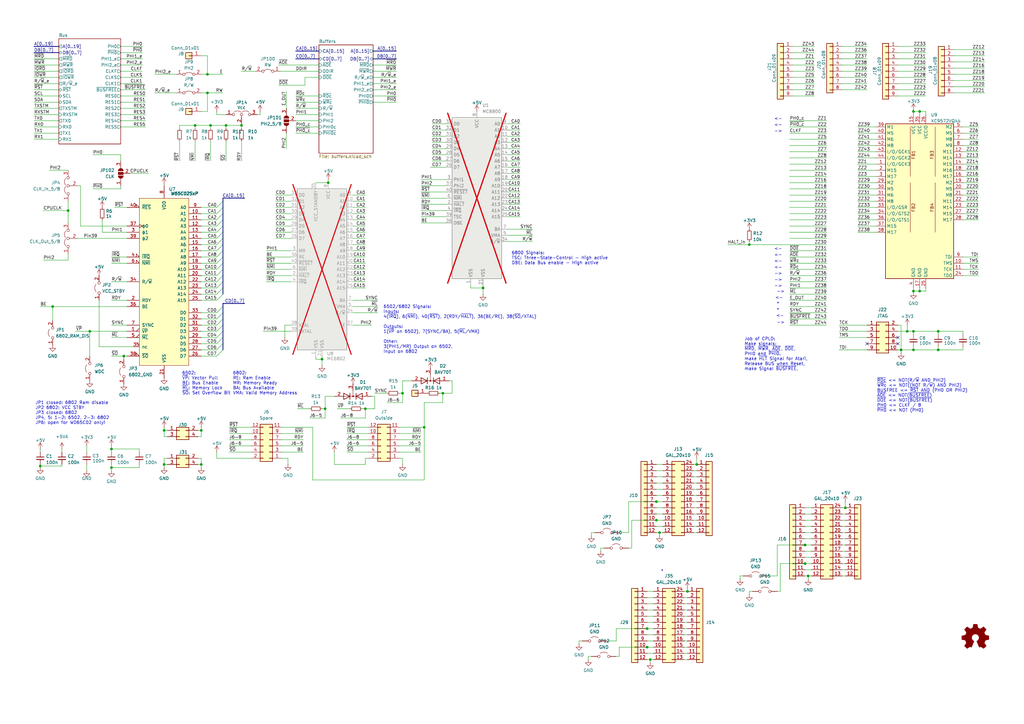
<source format=kicad_sch>
(kicad_sch (version 20231120) (generator "eeschema") (generator_version "8.0")
  (paper "A3")
  (title_block (title "Unicomp v3 - 6502/6800 CPU Board") (date "2024-10-01") (rev "v1.0") (company "100% Offner") (comment 1 "v1.0: Initial"))
  (junction (at 374.65 45.72))
  (junction (at 67.31 190.5))
  (junction (at 45.72 191.77))
  (junction (at 85.09 38.1))
  (junction (at 307.34 100.33))
  (junction (at 82.55 176.53))
  (junction (at 27.94 86.36))
  (junction (at 86.36 51.435))
  (junction (at 173.99 175.26))
  (junction (at 369.57 143.51))
  (junction (at 36.83 135.89))
  (junction (at 85.09 30.48))
  (junction (at 99.06 51.435))
  (junction (at 346.71 208.28))
  (junction (at 92.71 51.435))
  (junction (at 198.12 118.11))
  (junction (at 374.65 119.38))
  (junction (at 132.08 147.32))
  (junction (at 330.2 223.52))
  (junction (at 281.94 242.57))
  (junction (at 134.62 74.93))
  (junction (at 330.2 231.14))
  (junction (at 165.1 161.29))
  (junction (at 50.8 146.05))
  (junction (at 384.81 143.51))
  (junction (at 181.61 161.29))
  (junction (at 374.65 143.51))
  (junction (at 67.31 176.53))
  (junction (at 45.72 184.15))
  (junction (at 372.11 135.89))
  (junction (at 377.19 45.72))
  (junction (at 21.59 125.73))
  (junction (at 82.55 190.5))
  (junction (at 285.75 190.5))
  (junction (at 149.86 167.64))
  (junction (at 374.65 135.89))
  (junction (at 265.43 265.43))
  (junction (at 270.51 218.44))
  (junction (at 133.35 167.64))
  (junction (at 269.24 213.36))
  (junction (at 16.51 191.135))
  (junction (at 331.47 236.22))
  (junction (at 266.7 270.51))
  (junction (at 377.19 119.38))
  (junction (at 269.24 205.74))
  (junction (at 384.81 135.89))
  (junction (at 265.43 257.81))
  (junction (at 80.01 51.435))
  (no_connect (at 368.3 140.97))
  (no_connect (at 355.6 140.97))
  (no_connect (at 368.3 138.43))
  (bus_entry (at 91.44 110.49) (size -2.54 2.54))
  (bus_entry (at 91.44 107.95) (size -2.54 2.54))
  (bus_entry (at 91.44 100.33) (size -2.54 2.54))
  (bus_entry (at 91.44 138.43) (size -2.54 2.54))
  (bus_entry (at 91.44 143.51) (size -2.54 2.54))
  (bus_entry (at 91.44 92.71) (size -2.54 2.54))
  (bus_entry (at 91.44 125.73) (size -2.54 2.54))
  (bus_entry (at 91.44 113.03) (size -2.54 2.54))
  (bus_entry (at 91.44 85.09) (size -2.54 2.54))
  (bus_entry (at 91.44 97.79) (size -2.54 2.54))
  (bus_entry (at 91.44 95.25) (size -2.54 2.54))
  (bus_entry (at 91.44 133.35) (size -2.54 2.54))
  (bus_entry (at 91.44 102.87) (size -2.54 2.54))
  (bus_entry (at 91.44 128.27) (size -2.54 2.54))
  (bus_entry (at 91.44 140.97) (size -2.54 2.54))
  (bus_entry (at 91.44 130.81) (size -2.54 2.54))
  (bus_entry (at 91.44 105.41) (size -2.54 2.54))
  (bus_entry (at 91.44 82.55) (size -2.54 2.54))
  (bus_entry (at 91.44 118.11) (size -2.54 2.54))
  (bus_entry (at 91.44 135.89) (size -2.54 2.54))
  (bus_entry (at 91.44 90.17) (size -2.54 2.54))
  (bus_entry (at 91.44 120.65) (size -2.54 2.54))
  (bus_entry (at 91.44 87.63) (size -2.54 2.54))
  (bus_entry (at 91.44 115.57) (size -2.54 2.54))
  (wire (pts (xy 269.24 205.74) (xy 271.78 205.74)))
  (wire (pts (xy 281.94 270.51) (xy 280.67 270.51)))
  (wire (pts (xy 21.59 125.73) (xy 52.07 125.73)))
  (wire (pts (xy 88.9 187.96) (xy 102.87 187.96)))
  (wire (pts (xy 325.12 31.75) (xy 334.01 31.75)))
  (wire (pts (xy 144.78 107.95) (xy 149.86 107.95)))
  (wire (pts (xy 182.88 50.8) (xy 177.165 50.8)))
  (wire (pts (xy 149.86 187.96) (xy 151.13 187.96)))
  (wire (pts (xy 172.72 76.2) (xy 182.88 76.2)))
  (wire (pts (xy 265.43 257.81) (xy 267.97 257.81)))
  (wire (pts (xy 165.1 161.29) (xy 163.83 161.29)))
  (wire (pts (xy 82.55 97.79) (xy 88.9 97.79)))
  (wire (pts (xy 106.68 45.72) (xy 106.68 46.99)))
  (wire (pts (xy 351.79 52.07) (xy 359.41 52.07)))
  (wire (pts (xy 265.43 247.65) (xy 267.97 247.65)))
  (wire (pts (xy 323.85 52.07) (xy 339.09 52.07)))
  (wire (pts (xy 172.72 86.36) (xy 182.88 86.36)))
  (wire (pts (xy 13.97 39.37) (xy 24.13 39.37)))
  (wire (pts (xy 119.38 133.35) (xy 116.84 133.35)))
  (wire (pts (xy 394.97 64.77) (xy 401.32 64.77)))
  (wire (pts (xy 259.08 224.79) (xy 259.08 213.36)))
  (wire (pts (xy 33.02 92.71) (xy 52.07 92.71)))
  (wire (pts (xy 254 265.43) (xy 265.43 265.43)))
  (wire (pts (xy 88.9 185.42) (xy 88.9 187.96)))
  (wire (pts (xy 144.78 87.63) (xy 149.86 87.63)))
  (wire (pts (xy 330.2 210.82) (xy 332.74 210.82)))
  (wire (pts (xy 323.85 115.57) (xy 339.09 115.57)))
  (wire (pts (xy 45.72 123.19) (xy 52.07 123.19)))
  (wire (pts (xy 13.97 31.75) (xy 24.13 31.75)))
  (wire (pts (xy 384.81 137.16) (xy 384.81 135.89)))
  (wire (pts (xy 82.55 176.53) (xy 82.55 179.07)))
  (wire (pts (xy 394.97 85.09) (xy 401.32 85.09)))
  (wire (pts (xy 323.85 110.49) (xy 339.09 110.49)))
  (wire (pts (xy 67.31 176.53) (xy 68.58 176.53)))
  (wire (pts (xy 242.57 219.71) (xy 242.57 218.44)))
  (wire (pts (xy 330.2 231.14) (xy 332.74 231.14)))
  (wire (pts (xy 208.28 71.12) (xy 213.36 71.12)))
  (wire (pts (xy 394.97 72.39) (xy 401.32 72.39)))
  (wire (pts (xy 82.55 143.51) (xy 88.9 143.51)))
  (wire (pts (xy 53.34 71.12) (xy 60.96 71.12)))
  (wire (pts (xy 345.44 29.21) (xy 355.6 29.21)))
  (wire (pts (xy 163.83 175.26) (xy 173.99 175.26)))
  (wire (pts (xy 13.97 41.91) (xy 24.13 41.91)))
  (wire (pts (xy 323.85 72.39) (xy 339.09 72.39)))
  (wire (pts (xy 330.2 218.44) (xy 332.74 218.44)))
  (wire (pts (xy 394.97 80.01) (xy 401.32 80.01)))
  (wire (pts (xy 369.57 133.35) (xy 369.57 143.51)))
  (wire (pts (xy 92.71 51.435) (xy 99.06 51.435)))
  (wire (pts (xy 303.53 236.22) (xy 304.8 236.22)))
  (wire (pts (xy 180.34 161.29) (xy 181.61 161.29)))
  (wire (pts (xy 127 171.45) (xy 133.35 171.45)))
  (wire (pts (xy 142.24 177.8) (xy 151.13 177.8)))
  (wire (pts (xy 142.24 185.42) (xy 151.13 185.42)))
  (wire (pts (xy 252.73 262.89) (xy 252.73 257.81)))
  (wire (pts (xy 323.85 82.55) (xy 339.09 82.55)))
  (wire (pts (xy 49.53 34.29) (xy 58.42 34.29)))
  (wire (pts (xy 82.55 138.43) (xy 88.9 138.43)))
  (wire (pts (xy 401.32 105.41) (xy 394.97 105.41)))
  (wire (pts (xy 82.55 110.49) (xy 88.9 110.49)))
  (wire (pts (xy 163.83 180.34) (xy 172.72 180.34)))
  (wire (pts (xy 45.72 107.95) (xy 52.07 107.95)))
  (wire (pts (xy 265.43 260.35) (xy 267.97 260.35)))
  (wire (pts (xy 27.94 86.36) (xy 27.94 82.55)))
  (wire (pts (xy 323.85 120.65) (xy 339.09 120.65)))
  (wire (pts (xy 73.66 57.785) (xy 73.66 66.04)))
  (wire (pts (xy 109.22 102.87) (xy 119.38 102.87)))
  (wire (pts (xy 346.71 208.28) (xy 345.44 208.28)))
  (wire (pts (xy 374.65 137.16) (xy 374.65 135.89)))
  (wire (pts (xy 252.73 257.81) (xy 265.43 257.81)))
  (wire (pts (xy 269.24 210.82) (xy 271.78 210.82)))
  (wire (pts (xy 172.72 91.44) (xy 182.88 91.44)))
  (wire (pts (xy 134.62 74.93) (xy 129.54 74.93)))
  (bus (pts (xy 130.81 20.955) (xy 121.285 20.955)))
  (wire (pts (xy 181.61 161.29) (xy 185.42 161.29)))
  (bus (pts (xy 91.44 138.43) (xy 91.44 135.89)))
  (wire (pts (xy 185.42 161.29) (xy 185.42 156.21)))
  (wire (pts (xy 119.38 85.09) (xy 113.03 85.09)))
  (wire (pts (xy 121.285 52.07) (xy 130.81 52.07)))
  (wire (pts (xy 368.3 34.29) (xy 379.73 34.29)))
  (bus (pts (xy 91.44 140.97) (xy 91.44 138.43)))
  (wire (pts (xy 16.51 191.77) (xy 16.51 191.135)))
  (wire (pts (xy 109.22 113.03) (xy 119.38 113.03)))
  (wire (pts (xy 152.4 133.35) (xy 144.78 133.35)))
  (wire (pts (xy 133.35 171.45) (xy 133.35 167.64)))
  (bus (pts (xy 91.44 81.28) (xy 100.33 81.28)))
  (wire (pts (xy 82.55 128.27) (xy 88.9 128.27)))
  (wire (pts (xy 82.55 113.03) (xy 88.9 113.03)))
  (wire (pts (xy 269.24 208.28) (xy 271.78 208.28)))
  (wire (pts (xy 16.51 191.135) (xy 25.4 191.135)))
  (wire (pts (xy 50.8 146.05) (xy 50.8 147.32)))
  (wire (pts (xy 134.62 73.66) (xy 134.62 74.93)))
  (wire (pts (xy 298.45 100.33) (xy 307.34 100.33)))
  (wire (pts (xy 377.19 45.72) (xy 379.73 45.72)))
  (wire (pts (xy 307.34 242.57) (xy 308.61 242.57)))
  (wire (pts (xy 394.97 82.55) (xy 401.32 82.55)))
  (wire (pts (xy 144.78 90.17) (xy 149.86 90.17)))
  (wire (pts (xy 208.28 76.2) (xy 213.36 76.2)))
  (wire (pts (xy 368.3 21.59) (xy 379.73 21.59)))
  (bus (pts (xy 91.44 105.41) (xy 91.44 102.87)))
  (wire (pts (xy 323.85 80.01) (xy 339.09 80.01)))
  (wire (pts (xy 257.81 205.74) (xy 269.24 205.74)))
  (wire (pts (xy 46.99 85.09) (xy 52.07 85.09)))
  (wire (pts (xy 345.44 19.05) (xy 355.6 19.05)))
  (wire (pts (xy 320.04 242.57) (xy 320.04 231.14)))
  (wire (pts (xy 45.72 146.05) (xy 50.8 146.05)))
  (wire (pts (xy 163.83 187.96) (xy 165.1 187.96)))
  (wire (pts (xy 323.85 102.87) (xy 339.09 102.87)))
  (wire (pts (xy 82.55 179.07) (xy 81.28 179.07)))
  (wire (pts (xy 85.09 45.72) (xy 85.09 38.1)))
  (wire (pts (xy 325.12 24.13) (xy 334.01 24.13)))
  (wire (pts (xy 351.79 95.25) (xy 359.41 95.25)))
  (wire (pts (xy 172.72 81.28) (xy 182.88 81.28)))
  (wire (pts (xy 270.51 218.44) (xy 271.78 218.44)))
  (wire (pts (xy 82.55 130.81) (xy 88.9 130.81)))
  (wire (pts (xy 149.86 171.45) (xy 149.86 167.64)))
  (wire (pts (xy 117.475 37.465) (xy 117.475 44.45)))
  (wire (pts (xy 248.92 262.89) (xy 252.73 262.89)))
  (wire (pts (xy 285.75 203.2) (xy 284.48 203.2)))
  (wire (pts (xy 153.035 36.83) (xy 162.56 36.83)))
  (wire (pts (xy 137.16 162.56) (xy 133.35 162.56)))
  (wire (pts (xy 67.31 190.5) (xy 67.31 191.77)))
  (wire (pts (xy 82.55 92.71) (xy 88.9 92.71)))
  (wire (pts (xy 115.57 180.34) (xy 124.46 180.34)))
  (bus (pts (xy 91.44 113.03) (xy 91.44 110.49)))
  (wire (pts (xy 49.53 46.99) (xy 59.69 46.99)))
  (wire (pts (xy 394.97 69.85) (xy 401.32 69.85)))
  (wire (pts (xy 346.71 205.74) (xy 346.71 208.28)))
  (wire (pts (xy 265.43 252.73) (xy 267.97 252.73)))
  (wire (pts (xy 121.92 167.64) (xy 127 167.64)))
  (bus (pts (xy 91.44 135.89) (xy 91.44 133.35)))
  (wire (pts (xy 323.85 85.09) (xy 339.09 85.09)))
  (wire (pts (xy 351.79 59.69) (xy 359.41 59.69)))
  (wire (pts (xy 281.94 255.27) (xy 280.67 255.27)))
  (wire (pts (xy 119.38 82.55) (xy 113.03 82.55)))
  (wire (pts (xy 144.78 80.01) (xy 149.86 80.01)))
  (wire (pts (xy 281.94 245.11) (xy 280.67 245.11)))
  (wire (pts (xy 82.55 90.17) (xy 88.9 90.17)))
  (wire (pts (xy 401.32 107.95) (xy 394.97 107.95)))
  (wire (pts (xy 182.88 63.5) (xy 177.165 63.5)))
  (wire (pts (xy 13.97 46.99) (xy 24.13 46.99)))
  (wire (pts (xy 346.71 231.14) (xy 345.44 231.14)))
  (wire (pts (xy 52.07 135.89) (xy 36.83 135.89)))
  (wire (pts (xy 119.38 87.63) (xy 113.03 87.63)))
  (wire (pts (xy 119.38 95.25) (xy 113.03 95.25)))
  (wire (pts (xy 144.78 97.79) (xy 149.86 97.79)))
  (wire (pts (xy 107.95 135.89) (xy 119.38 135.89)))
  (wire (pts (xy 323.85 105.41) (xy 339.09 105.41)))
  (wire (pts (xy 379.73 119.38) (xy 379.73 118.11)))
  (wire (pts (xy 269.24 213.36) (xy 271.78 213.36)))
  (wire (pts (xy 40.64 123.19) (xy 40.64 142.24)))
  (wire (pts (xy 144.78 95.25) (xy 149.86 95.25)))
  (wire (pts (xy 269.24 198.12) (xy 271.78 198.12)))
  (wire (pts (xy 252.73 269.24) (xy 254 269.24)))
  (wire (pts (xy 391.16 25.4) (xy 403.86 25.4)))
  (wire (pts (xy 13.97 54.61) (xy 24.13 54.61)))
  (wire (pts (xy 63.5 30.48) (xy 72.39 30.48)))
  (wire (pts (xy 368.3 29.21) (xy 379.73 29.21)))
  (wire (pts (xy 269.24 195.58) (xy 271.78 195.58)))
  (wire (pts (xy 384.81 135.89) (xy 394.97 135.89)))
  (wire (pts (xy 119.38 92.71) (xy 113.03 92.71)))
  (wire (pts (xy 269.24 215.9) (xy 271.78 215.9)))
  (wire (pts (xy 173.99 165.1) (xy 173.99 175.26)))
  (wire (pts (xy 265.43 262.89) (xy 267.97 262.89)))
  (wire (pts (xy 57.15 191.77) (xy 45.72 191.77)))
  (wire (pts (xy 129.54 147.32) (xy 129.54 146.05)))
  (wire (pts (xy 266.7 270.51) (xy 267.97 270.51)))
  (wire (pts (xy 45.72 105.41) (xy 52.07 105.41)))
  (wire (pts (xy 133.35 162.56) (xy 133.35 167.64)))
  (wire (pts (xy 82.55 133.35) (xy 88.9 133.35)))
  (wire (pts (xy 125.095 31.75) (xy 130.81 31.75)))
  (wire (pts (xy 281.94 257.81) (xy 280.67 257.81)))
  (wire (pts (xy 372.11 133.35) (xy 372.11 135.89)))
  (wire (pts (xy 144.78 82.55) (xy 149.86 82.55)))
  (wire (pts (xy 128.27 175.26) (xy 128.27 196.85)))
  (wire (pts (xy 165.1 156.21) (xy 165.1 161.29)))
  (wire (pts (xy 82.55 87.63) (xy 88.9 87.63)))
  (wire (pts (xy 285.75 210.82) (xy 284.48 210.82)))
  (wire (pts (xy 285.75 195.58) (xy 284.48 195.58)))
  (wire (pts (xy 351.79 54.61) (xy 359.41 54.61)))
  (wire (pts (xy 218.44 99.06) (xy 208.28 99.06)))
  (wire (pts (xy 374.65 135.89) (xy 384.81 135.89)))
  (wire (pts (xy 153.035 26.67) (xy 162.56 26.67)))
  (wire (pts (xy 391.16 30.48) (xy 403.86 30.48)))
  (wire (pts (xy 351.79 82.55) (xy 359.41 82.55)))
  (wire (pts (xy 394.97 67.31) (xy 401.32 67.31)))
  (wire (pts (xy 93.98 185.42) (xy 102.87 185.42)))
  (wire (pts (xy 285.75 200.66) (xy 284.48 200.66)))
  (wire (pts (xy 281.94 250.19) (xy 280.67 250.19)))
  (bus (pts (xy 91.44 118.11) (xy 91.44 115.57)))
  (wire (pts (xy 49.53 26.67) (xy 58.42 26.67)))
  (wire (pts (xy 67.31 179.07) (xy 68.58 179.07)))
  (wire (pts (xy 82.55 105.41) (xy 88.9 105.41)))
  (wire (pts (xy 49.53 39.37) (xy 59.69 39.37)))
  (wire (pts (xy 153.035 29.21) (xy 162.56 29.21)))
  (wire (pts (xy 139.7 171.45) (xy 149.86 171.45)))
  (wire (pts (xy 50.8 146.05) (xy 52.07 146.05)))
  (wire (pts (xy 172.72 88.9) (xy 182.88 88.9)))
  (wire (pts (xy 218.44 96.52) (xy 208.28 96.52)))
  (wire (pts (xy 121.285 49.53) (xy 130.81 49.53)))
  (wire (pts (xy 257.81 224.79) (xy 259.08 224.79)))
  (wire (pts (xy 41.91 90.17) (xy 41.91 95.25)))
  (wire (pts (xy 345.44 36.83) (xy 355.6 36.83)))
  (wire (pts (xy 82.55 187.96) (xy 82.55 190.5)))
  (bus (pts (xy 91.44 92.71) (xy 91.44 90.17)))
  (wire (pts (xy 82.55 95.25) (xy 88.9 95.25)))
  (wire (pts (xy 368.3 36.83) (xy 379.73 36.83)))
  (wire (pts (xy 144.78 110.49) (xy 149.86 110.49)))
  (wire (pts (xy 330.2 236.22) (xy 331.47 236.22)))
  (wire (pts (xy 265.43 255.27) (xy 267.97 255.27)))
  (wire (pts (xy 368.3 19.05) (xy 379.73 19.05)))
  (wire (pts (xy 121.285 46.99) (xy 130.81 46.99)))
  (wire (pts (xy 121.285 41.91) (xy 130.81 41.91)))
  (wire (pts (xy 115.57 175.26) (xy 128.27 175.26)))
  (wire (pts (xy 16.51 125.73) (xy 21.59 125.73)))
  (wire (pts (xy 153.67 167.64) (xy 153.67 162.56)))
  (wire (pts (xy 323.85 69.85) (xy 339.09 69.85)))
  (wire (pts (xy 265.43 267.97) (xy 267.97 267.97)))
  (wire (pts (xy 121.285 39.37) (xy 130.81 39.37)))
  (wire (pts (xy 345.44 34.29) (xy 355.6 34.29)))
  (wire (pts (xy 27.94 86.36) (xy 27.94 91.44)))
  (wire (pts (xy 153.035 39.37) (xy 162.56 39.37)))
  (bus (pts (xy 91.44 130.81) (xy 91.44 128.27)))
  (wire (pts (xy 144.78 85.09) (xy 149.86 85.09)))
  (wire (pts (xy 344.17 138.43) (xy 355.6 138.43)))
  (wire (pts (xy 41.91 95.25) (xy 52.07 95.25)))
  (wire (pts (xy 132.08 146.05) (xy 132.08 147.32)))
  (wire (pts (xy 346.71 215.9) (xy 345.44 215.9)))
  (wire (pts (xy 318.77 242.57) (xy 320.04 242.57)))
  (wire (pts (xy 82.55 146.05) (xy 88.9 146.05)))
  (wire (pts (xy 173.99 196.85) (xy 173.99 175.26)))
  (wire (pts (xy 67.31 190.5) (xy 68.58 190.5)))
  (wire (pts (xy 13.97 34.29) (xy 24.13 34.29)))
  (wire (pts (xy 85.09 22.86) (xy 85.09 30.48)))
  (wire (pts (xy 391.16 20.32) (xy 403.86 20.32)))
  (wire (pts (xy 208.28 58.42) (xy 213.36 58.42)))
  (wire (pts (xy 208.28 73.66) (xy 213.36 73.66)))
  (wire (pts (xy 368.3 31.75) (xy 379.73 31.75)))
  (wire (pts (xy 182.88 53.34) (xy 177.165 53.34)))
  (wire (pts (xy 125.095 34.925) (xy 125.095 31.75)))
  (wire (pts (xy 281.94 262.89) (xy 280.67 262.89)))
  (wire (pts (xy 351.79 69.85) (xy 359.41 69.85)))
  (wire (pts (xy 119.38 97.79) (xy 113.03 97.79)))
  (wire (pts (xy 265.43 250.19) (xy 267.97 250.19)))
  (wire (pts (xy 281.94 242.57) (xy 280.67 242.57)))
  (wire (pts (xy 82.55 118.11) (xy 88.9 118.11)))
  (wire (pts (xy 374.65 119.38) (xy 377.19 119.38)))
  (wire (pts (xy 49.53 31.75) (xy 58.42 31.75)))
  (wire (pts (xy 265.43 270.51) (xy 266.7 270.51)))
  (wire (pts (xy 49.53 41.91) (xy 59.69 41.91)))
  (wire (pts (xy 346.71 213.36) (xy 345.44 213.36)))
  (wire (pts (xy 31.75 97.79) (xy 52.07 97.79)))
  (wire (pts (xy 82.55 45.72) (xy 85.09 45.72)))
  (wire (pts (xy 182.88 58.42) (xy 177.165 58.42)))
  (wire (pts (xy 285.75 193.04) (xy 284.48 193.04)))
  (bus (pts (xy 24.13 19.05) (xy 13.97 19.05)))
  (wire (pts (xy 374.65 45.72) (xy 377.19 45.72)))
  (bus (pts (xy 91.44 102.87) (xy 91.44 100.33)))
  (wire (pts (xy 45.72 184.15) (xy 45.72 185.42)))
  (bus (pts (xy 91.44 95.25) (xy 91.44 92.71)))
  (wire (pts (xy 128.27 196.85) (xy 173.99 196.85)))
  (wire (pts (xy 144.78 92.71) (xy 149.86 92.71)))
  (wire (pts (xy 144.78 100.33) (xy 149.86 100.33)))
  (wire (pts (xy 109.22 110.49) (xy 119.38 110.49)))
  (wire (pts (xy 323.85 90.17) (xy 339.09 90.17)))
  (wire (pts (xy 172.72 83.82) (xy 182.88 83.82)))
  (wire (pts (xy 49.53 66.04) (xy 49.53 63.5)))
  (bus (pts (xy 91.44 107.95) (xy 91.44 105.41)))
  (wire (pts (xy 314.96 236.22) (xy 318.77 236.22)))
  (wire (pts (xy 40.64 142.24) (xy 54.61 142.24)))
  (wire (pts (xy 325.12 26.67) (xy 334.01 26.67)))
  (wire (pts (xy 269.24 190.5) (xy 271.78 190.5)))
  (wire (pts (xy 330.2 233.68) (xy 332.74 233.68)))
  (wire (pts (xy 351.79 77.47) (xy 359.41 77.47)))
  (wire (pts (xy 344.17 143.51) (xy 355.6 143.51)))
  (bus (pts (xy 91.44 143.51) (xy 91.44 140.97)))
  (wire (pts (xy 36.83 135.89) (xy 36.83 146.05)))
  (wire (pts (xy 13.97 57.15) (xy 24.13 57.15)))
  (wire (pts (xy 163.83 185.42) (xy 172.72 185.42)))
  (wire (pts (xy 303.53 237.49) (xy 303.53 236.22)))
  (wire (pts (xy 323.85 74.93) (xy 339.09 74.93)))
  (wire (pts (xy 109.22 105.41) (xy 119.38 105.41)))
  (wire (pts (xy 391.16 27.94) (xy 403.86 27.94)))
  (wire (pts (xy 281.94 252.73) (xy 280.67 252.73)))
  (wire (pts (xy 82.55 115.57) (xy 88.9 115.57)))
  (wire (pts (xy 401.32 113.03) (xy 394.97 113.03)))
  (wire (pts (xy 307.34 100.33) (xy 339.09 100.33)))
  (wire (pts (xy 45.72 115.57) (xy 52.07 115.57)))
  (wire (pts (xy 31.115 135.89) (xy 36.83 135.89)))
  (wire (pts (xy 237.49 262.89) (xy 238.76 262.89)))
  (wire (pts (xy 345.44 24.13) (xy 355.6 24.13)))
  (wire (pts (xy 132.08 147.32) (xy 129.54 147.32)))
  (wire (pts (xy 394.97 87.63) (xy 401.32 87.63)))
  (wire (pts (xy 330.2 226.06) (xy 332.74 226.06)))
  (wire (pts (xy 82.55 22.86) (xy 85.09 22.86)))
  (wire (pts (xy 176.53 68.58) (xy 182.88 68.58)))
  (wire (pts (xy 121.285 44.45) (xy 130.81 44.45)))
  (wire (pts (xy 38.1 63.5) (xy 49.53 63.5)))
  (wire (pts (xy 86.36 51.435) (xy 92.71 51.435)))
  (wire (pts (xy 208.28 83.82) (xy 213.36 83.82)))
  (wire (pts (xy 325.12 36.83) (xy 334.01 36.83)))
  (wire (pts (xy 85.09 30.48) (xy 82.55 30.48)))
  (wire (pts (xy 269.24 218.44) (xy 270.51 218.44)))
  (wire (pts (xy 144.78 115.57) (xy 149.86 115.57)))
  (wire (pts (xy 208.28 68.58) (xy 213.36 68.58)))
  (wire (pts (xy 82.55 123.19) (xy 88.9 123.19)))
  (wire (pts (xy 142.24 175.26) (xy 151.13 175.26)))
  (wire (pts (xy 208.28 86.36) (xy 213.36 86.36)))
  (wire (pts (xy 172.72 73.66) (xy 182.88 73.66)))
  (wire (pts (xy 49.53 24.13) (xy 58.42 24.13)))
  (wire (pts (xy 154.94 128.27) (xy 144.78 128.27)))
  (wire (pts (xy 346.71 228.6) (xy 345.44 228.6)))
  (bus (pts (xy 91.44 133.35) (xy 91.44 130.81)))
  (wire (pts (xy 45.72 133.35) (xy 52.07 133.35)))
  (wire (pts (xy 391.16 22.86) (xy 403.86 22.86)))
  (wire (pts (xy 92.71 51.435) (xy 92.71 52.705)))
  (wire (pts (xy 57.15 190.5) (xy 57.15 191.77)))
  (wire (pts (xy 323.85 133.35) (xy 339.09 133.35)))
  (wire (pts (xy 45.72 193.04) (xy 45.72 191.77)))
  (wire (pts (xy 137.16 190.5) (xy 149.86 190.5)))
  (wire (pts (xy 82.55 187.96) (xy 81.28 187.96)))
  (wire (pts (xy 153.035 34.29) (xy 162.56 34.29)))
  (wire (pts (xy 33.02 76.2) (xy 31.75 76.2)))
  (wire (pts (xy 368.3 135.89) (xy 372.11 135.89)))
  (wire (pts (xy 49.53 49.53) (xy 59.69 49.53)))
  (wire (pts (xy 153.035 41.91) (xy 162.56 41.91)))
  (wire (pts (xy 285.75 213.36) (xy 284.48 213.36)))
  (wire (pts (xy 115.57 185.42) (xy 124.46 185.42)))
  (wire (pts (xy 45.72 191.77) (xy 45.72 190.5)))
  (wire (pts (xy 13.97 36.83) (xy 24.13 36.83)))
  (wire (pts (xy 13.97 52.07) (xy 24.13 52.07)))
  (wire (pts (xy 198.12 116.84) (xy 198.12 118.11)))
  (wire (pts (xy 119.38 90.17) (xy 113.03 90.17)))
  (wire (pts (xy 323.85 128.27) (xy 339.09 128.27)))
  (wire (pts (xy 154.94 123.19) (xy 144.78 123.19)))
  (wire (pts (xy 49.53 52.07) (xy 59.69 52.07)))
  (wire (pts (xy 281.94 260.35) (xy 280.67 260.35)))
  (wire (pts (xy 82.55 140.97) (xy 88.9 140.97)))
  (wire (pts (xy 152.4 162.56) (xy 153.67 162.56)))
  (wire (pts (xy 182.88 66.04) (xy 177.165 66.04)))
  (wire (pts (xy 285.75 208.28) (xy 284.48 208.28)))
  (wire (pts (xy 265.43 242.57) (xy 267.97 242.57)))
  (wire (pts (xy 368.3 24.13) (xy 379.73 24.13)))
  (wire (pts (xy 323.85 113.03) (xy 339.09 113.03)))
  (wire (pts (xy 57.15 184.15) (xy 57.15 185.42)))
  (bus (pts (xy 91.44 87.63) (xy 91.44 85.09)))
  (wire (pts (xy 374.65 143.51) (xy 384.81 143.51)))
  (wire (pts (xy 330.2 228.6) (xy 332.74 228.6)))
  (wire (pts (xy 374.65 143.51) (xy 369.57 143.51)))
  (wire (pts (xy 351.79 92.71) (xy 359.41 92.71)))
  (bus (pts (xy 91.44 124.46) (xy 100.33 124.46)))
  (wire (pts (xy 27.94 106.68) (xy 27.94 104.14)))
  (wire (pts (xy 368.3 26.67) (xy 379.73 26.67)))
  (wire (pts (xy 25.4 190.5) (xy 25.4 191.135)))
  (wire (pts (xy 80.01 57.785) (xy 80.01 66.04)))
  (wire (pts (xy 345.44 21.59) (xy 355.6 21.59)))
  (wire (pts (xy 132.08 147.32) (xy 132.08 149.86)))
  (wire (pts (xy 116.84 133.35) (xy 116.84 138.43)))
  (wire (pts (xy 368.3 133.35) (xy 369.57 133.35)))
  (wire (pts (xy 67.31 76.2) (xy 67.31 75.565)))
  (bus (pts (xy 91.44 125.73) (xy 91.44 124.46)))
  (wire (pts (xy 323.85 92.71) (xy 339.09 92.71)))
  (wire (pts (xy 49.53 36.83) (xy 59.69 36.83)))
  (wire (pts (xy 345.44 31.75) (xy 355.6 31.75)))
  (wire (pts (xy 346.71 226.06) (xy 345.44 226.06)))
  (wire (pts (xy 346.71 236.22) (xy 345.44 236.22)))
  (bus (pts (xy 91.44 110.49) (xy 91.44 107.95)))
  (wire (pts (xy 242.57 218.44) (xy 243.84 218.44)))
  (wire (pts (xy 106.68 46.99) (xy 105.41 46.99)))
  (wire (pts (xy 163.83 177.8) (xy 172.72 177.8)))
  (wire (pts (xy 394.97 57.15) (xy 401.32 57.15)))
  (wire (pts (xy 99.06 57.785) (xy 99.06 66.04)))
  (wire (pts (xy 285.75 187.96) (xy 285.75 190.5)))
  (wire (pts (xy 114.935 29.21) (xy 130.81 29.21)))
  (wire (pts (xy 281.94 267.97) (xy 280.67 267.97)))
  (wire (pts (xy 38.1 77.47) (xy 49.53 77.47)))
  (wire (pts (xy 351.79 74.93) (xy 359.41 74.93)))
  (wire (pts (xy 13.97 29.21) (xy 24.13 29.21)))
  (wire (pts (xy 154.94 125.73) (xy 144.78 125.73)))
  (bus (pts (xy 91.44 97.79) (xy 91.44 95.25)))
  (wire (pts (xy 85.09 38.1) (xy 82.55 38.1)))
  (wire (pts (xy 241.3 269.24) (xy 242.57 269.24)))
  (wire (pts (xy 345.44 26.67) (xy 355.6 26.67)))
  (bus (pts (xy 91.44 115.57) (xy 91.44 113.03)))
  (wire (pts (xy 114.3 26.67) (xy 130.81 26.67)))
  (wire (pts (xy 133.35 167.64) (xy 132.08 167.64)))
  (wire (pts (xy 82.55 107.95) (xy 88.9 107.95)))
  (wire (pts (xy 285.75 190.5) (xy 284.48 190.5)))
  (wire (pts (xy 172.72 78.74) (xy 182.88 78.74)))
  (wire (pts (xy 374.65 142.24) (xy 374.65 143.51)))
  (wire (pts (xy 368.3 143.51) (xy 369.57 143.51)))
  (wire (pts (xy 142.24 180.34) (xy 151.13 180.34)))
  (wire (pts (xy 270.51 219.71) (xy 270.51 218.44)))
  (wire (pts (xy 259.08 213.36) (xy 269.24 213.36)))
  (wire (pts (xy 351.79 72.39) (xy 359.41 72.39)))
  (wire (pts (xy 35.56 190.5) (xy 35.56 193.04)))
  (wire (pts (xy 346.71 233.68) (xy 345.44 233.68)))
  (wire (pts (xy 92.71 46.99) (xy 88.9 46.99)))
  (wire (pts (xy 193.04 118.11) (xy 193.04 116.84)))
  (wire (pts (xy 13.97 44.45) (xy 24.13 44.45)))
  (wire (pts (xy 368.3 39.37) (xy 379.73 39.37)))
  (wire (pts (xy 266.7 271.78) (xy 266.7 270.51)))
  (wire (pts (xy 85.09 30.48) (xy 91.44 30.48)))
  (wire (pts (xy 208.28 63.5) (xy 213.36 63.5)))
  (wire (pts (xy 331.47 237.49) (xy 331.47 236.22)))
  (wire (pts (xy 117.475 54.61) (xy 117.475 60.96)))
  (wire (pts (xy 208.28 50.8) (xy 213.36 50.8)))
  (bus (pts (xy 153.035 20.955) (xy 162.56 20.955)))
  (wire (pts (xy 49.53 19.05) (xy 58.42 19.05)))
  (wire (pts (xy 149.86 187.96) (xy 149.86 190.5)))
  (wire (pts (xy 33.02 92.71) (xy 33.02 76.2)))
  (bus (pts (xy 91.44 100.33) (xy 91.44 97.79)))
  (wire (pts (xy 144.78 102.87) (xy 149.86 102.87)))
  (wire (pts (xy 241.3 270.51) (xy 241.3 269.24)))
  (wire (pts (xy 121.285 54.61) (xy 130.81 54.61)))
  (wire (pts (xy 86.36 51.435) (xy 86.36 52.705)))
  (wire (pts (xy 391.16 35.56) (xy 403.86 35.56)))
  (wire (pts (xy 394.97 52.07) (xy 401.32 52.07)))
  (wire (pts (xy 285.75 215.9) (xy 284.48 215.9)))
  (wire (pts (xy 114.3 34.925) (xy 125.095 34.925)))
  (wire (pts (xy 115.57 182.88) (xy 124.46 182.88)))
  (wire (pts (xy 49.53 21.59) (xy 58.42 21.59)))
  (wire (pts (xy 13.97 24.13) (xy 24.13 24.13)))
  (wire (pts (xy 346.71 223.52) (xy 345.44 223.52)))
  (wire (pts (xy 13.97 26.67) (xy 24.13 26.67)))
  (wire (pts (xy 330.2 223.52) (xy 332.74 223.52)))
  (wire (pts (xy 45.72 138.43) (xy 52.07 138.43)))
  (wire (pts (xy 323.85 118.11) (xy 339.09 118.11)))
  (wire (pts (xy 323.85 123.19) (xy 339.09 123.19)))
  (wire (pts (xy 374.65 118.11) (xy 374.65 119.38)))
  (bus (pts (xy 130.81 24.13) (xy 121.285 24.13)))
  (wire (pts (xy 82.55 190.5) (xy 82.55 191.77)))
  (wire (pts (xy 73.66 52.705) (xy 73.66 51.435)))
  (wire (pts (xy 344.17 133.35) (xy 355.6 133.35)))
  (wire (pts (xy 63.5 38.1) (xy 72.39 38.1)))
  (wire (pts (xy 173.99 165.1) (xy 181.61 165.1)))
  (wire (pts (xy 330.2 208.28) (xy 332.74 208.28)))
  (wire (pts (xy 208.28 60.96) (xy 213.36 60.96)))
  (wire (pts (xy 165.1 187.96) (xy 165.1 190.5)))
  (wire (pts (xy 153.67 161.29) (xy 158.75 161.29)))
  (wire (pts (xy 351.79 57.15) (xy 359.41 57.15)))
  (wire (pts (xy 377.19 119.38) (xy 379.73 119.38)))
  (wire (pts (xy 82.55 85.09) (xy 88.9 85.09)))
  (wire (pts (xy 208.28 78.74) (xy 213.36 78.74)))
  (wire (pts (xy 49.53 44.45) (xy 59.69 44.45)))
  (wire (pts (xy 149.86 167.64) (xy 153.67 167.64)))
  (wire (pts (xy 109.22 107.95) (xy 119.38 107.95)))
  (wire (pts (xy 93.98 180.34) (xy 102.87 180.34)))
  (wire (pts (xy 82.55 175.26) (xy 82.55 176.53)))
  (wire (pts (xy 344.17 135.89) (xy 355.6 135.89)))
  (wire (pts (xy 391.16 38.1) (xy 403.86 38.1)))
  (wire (pts (xy 394.97 74.93) (xy 401.32 74.93)))
  (wire (pts (xy 257.81 218.44) (xy 257.81 205.74)))
  (wire (pts (xy 165.1 165.1) (xy 165.1 161.29)))
  (wire (pts (xy 49.53 76.2) (xy 49.53 77.47)))
  (wire (pts (xy 351.79 67.31) (xy 359.41 67.31)))
  (wire (pts (xy 394.97 62.23) (xy 401.32 62.23)))
  (wire (pts (xy 281.94 265.43) (xy 280.67 265.43)))
  (wire (pts (xy 92.71 57.785) (xy 92.71 66.04)))
  (wire (pts (xy 377.19 119.38) (xy 377.19 118.11)))
  (wire (pts (xy 82.55 102.87) (xy 88.9 102.87)))
  (wire (pts (xy 369.57 143.51) (xy 369.57 144.78)))
  (wire (pts (xy 281.94 247.65) (xy 280.67 247.65)))
  (wire (pts (xy 285.75 218.44) (xy 284.48 218.44)))
  (wire (pts (xy 119.38 80.01) (xy 113.03 80.01)))
  (wire (pts (xy 307.34 99.06) (xy 307.34 100.33)))
  (wire (pts (xy 323.85 107.95) (xy 339.09 107.95)))
  (wire (pts (xy 346.71 218.44) (xy 345.44 218.44)))
  (wire (pts (xy 374.65 119.38) (xy 374.65 120.015)))
  (wire (pts (xy 323.85 97.79) (xy 339.09 97.79)))
  (wire (pts (xy 323.85 125.73) (xy 339.09 125.73)))
  (wire (pts (xy 82.55 100.33) (xy 88.9 100.33)))
  (bus (pts (xy 91.44 120.65) (xy 91.44 118.11)))
  (wire (pts (xy 394.97 77.47) (xy 401.32 77.47)))
  (wire (pts (xy 153.035 31.75) (xy 162.56 31.75)))
  (wire (pts (xy 323.85 67.31) (xy 339.09 67.31)))
  (wire (pts (xy 351.79 80.01) (xy 359.41 80.01)))
  (wire (pts (xy 137.16 185.42) (xy 137.16 190.5)))
  (wire (pts (xy 163.83 182.88) (xy 172.72 182.88)))
  (wire (pts (xy 208.28 55.88) (xy 213.36 55.88)))
  (wire (pts (xy 237.49 264.16) (xy 237.49 262.89)))
  (wire (pts (xy 115.57 177.8) (xy 124.46 177.8)))
  (wire (pts (xy 208.28 66.04) (xy 213.36 66.04)))
  (wire (pts (xy 21.59 131.445) (xy 21.59 125.73)))
  (wire (pts (xy 323.85 95.25) (xy 339.09 95.25)))
  (wire (pts (xy 246.38 224.79) (xy 247.65 224.79)))
  (wire (pts (xy 379.73 45.72) (xy 379.73 46.99)))
  (bus (pts (xy 91.44 82.55) (xy 91.44 81.28)))
  (wire (pts (xy 394.97 142.24) (xy 394.97 143.51)))
  (wire (pts (xy 346.71 210.82) (xy 345.44 210.82)))
  (wire (pts (xy 49.53 29.21) (xy 58.42 29.21)))
  (wire (pts (xy 138.43 167.64) (xy 143.51 167.64)))
  (wire (pts (xy 374.65 135.89) (xy 372.11 135.89)))
  (wire (pts (xy 16.51 184.15) (xy 16.51 185.42)))
  (wire (pts (xy 391.16 33.02) (xy 403.86 33.02)))
  (wire (pts (xy 93.98 175.26) (xy 102.87 175.26)))
  (wire (pts (xy 330.2 220.98) (xy 332.74 220.98)))
  (wire (pts (xy 82.55 135.89) (xy 88.9 135.89)))
  (wire (pts (xy 323.85 59.69) (xy 339.09 59.69)))
  (wire (pts (xy 323.85 130.81) (xy 339.09 130.81)))
  (wire (pts (xy 401.32 110.49) (xy 394.97 110.49)))
  (wire (pts (xy 45.72 184.15) (xy 57.15 184.15)))
  (wire (pts (xy 182.88 55.88) (xy 177.165 55.88)))
  (wire (pts (xy 351.79 90.17) (xy 359.41 90.17)))
  (wire (pts (xy 323.85 57.15) (xy 339.09 57.15)))
  (bus (pts (xy 153.035 24.13) (xy 162.56 24.13)))
  (wire (pts (xy 208.28 81.28) (xy 213.36 81.28)))
  (wire (pts (xy 80.01 51.435) (xy 80.01 52.705)))
  (wire (pts (xy 82.55 190.5) (xy 81.28 190.5)))
  (wire (pts (xy 99.06 51.435) (xy 99.06 52.705)))
  (wire (pts (xy 35.56 182.88) (xy 35.56 185.42)))
  (wire (pts (xy 323.85 87.63) (xy 339.09 87.63)))
  (wire (pts (xy 13.97 49.53) (xy 24.13 49.53)))
  (wire (pts (xy 144.78 105.41) (xy 149.86 105.41)))
  (wire (pts (xy 254 218.44) (xy 257.81 218.44)))
  (wire (pts (xy 325.12 19.05) (xy 334.01 19.05)))
  (bus (pts (xy 24.13 21.59) (xy 13.97 21.59)))
  (wire (pts (xy 67.31 175.26) (xy 67.31 176.53)))
  (wire (pts (xy 208.28 53.34) (xy 213.36 53.34)))
  (wire (pts (xy 246.38 226.06) (xy 246.38 224.79)))
  (wire (pts (xy 323.85 77.47) (xy 339.09 77.47)))
  (wire (pts (xy 377.19 45.72) (xy 377.19 46.99)))
  (bus (pts (xy 91.44 128.27) (xy 91.44 125.73)))
  (wire (pts (xy 323.85 64.77) (xy 339.09 64.77)))
  (wire (pts (xy 323.85 54.61) (xy 339.09 54.61)))
  (wire (pts (xy 73.66 51.435) (xy 80.01 51.435)))
  (wire (pts (xy 17.78 86.36) (xy 27.94 86.36)))
  (wire (pts (xy 99.06 50.8) (xy 99.06 51.435)))
  (wire (pts (xy 320.04 231.14) (xy 330.2 231.14)))
  (bus (pts (xy 91.44 90.17) (xy 91.44 87.63)))
  (wire (pts (xy 351.79 64.77) (xy 359.41 64.77)))
  (wire (pts (xy 17.78 106.68) (xy 27.94 106.68)))
  (wire (pts (xy 318.77 223.52) (xy 330.2 223.52)))
  (wire (pts (xy 331.47 236.22) (xy 332.74 236.22)))
  (wire (pts (xy 307.34 243.84) (xy 307.34 242.57)))
  (wire (pts (xy 318.77 236.22) (xy 318.77 223.52)))
  (wire (pts (xy 184.15 156.21) (xy 185.42 156.21)))
  (wire (pts (xy 323.85 49.53) (xy 339.09 49.53)))
  (wire (pts (xy 118.11 187.96) (xy 118.11 190.5)))
  (wire (pts (xy 16.51 191.135) (xy 16.51 190.5)))
  (wire (pts (xy 351.79 62.23) (xy 359.41 62.23)))
  (wire (pts (xy 285.75 205.74) (xy 284.48 205.74)))
  (wire (pts (xy 325.12 34.29) (xy 334.01 34.29)))
  (wire (pts (xy 67.31 187.96) (xy 68.58 187.96)))
  (wire (pts (xy 281.94 241.3) (xy 281.94 242.57)))
  (wire (pts (xy 254 269.24) (xy 254 265.43)))
  (wire (pts (xy 384.81 142.24) (xy 384.81 143.51)))
  (wire (pts (xy 325.12 29.21) (xy 334.01 29.21)))
  (wire (pts (xy 86.36 57.785) (xy 86.36 66.04)))
  (wire (pts (xy 168.91 156.21) (xy 165.1 156.21)))
  (wire (pts (xy 82.55 176.53) (xy 81.28 176.53)))
  (wire (pts (xy 93.98 177.8) (xy 102.87 177.8)))
  (wire (pts (xy 323.85 62.23) (xy 339.09 62.23)))
  (wire (pts (xy 374.65 45.72) (xy 374.65 46.99)))
  (wire (pts (xy 351.79 87.63) (xy 359.41 87.63)))
  (wire (pts (xy 182.88 60.96) (xy 177.165 60.96)))
  (wire (pts (xy 109.22 115.57) (xy 119.38 115.57)))
  (wire (pts (xy 394.97 54.61) (xy 401.32 54.61)))
  (wire (pts (xy 45.72 182.88) (xy 45.72 184.15)))
  (wire (pts (xy 330.2 213.36) (xy 332.74 213.36)))
  (wire (pts (xy 144.78 118.11) (xy 149.86 118.11)))
  (wire (pts (xy 330.2 215.9) (xy 332.74 215.9)))
  (wire (pts (xy 181.61 165.1) (xy 181.61 161.29)))
  (wire (pts (xy 269.24 193.04) (xy 271.78 193.04)))
  (wire (pts (xy 269.24 203.2) (xy 271.78 203.2)))
  (wire (pts (xy 158.75 165.1) (xy 165.1 165.1)))
  (wire (pts (xy 67.31 187.96) (xy 67.31 190.5)))
  (wire (pts (xy 25.4 184.15) (xy 25.4 185.42)))
  (wire (pts (xy 20.32 69.85) (xy 27.94 69.85)))
  (wire (pts (xy 82.55 120.65) (xy 88.9 120.65)))
  (wire (pts (xy 142.24 182.88) (xy 151.13 182.88)))
  (wire (pts (xy 67.31 176.53) (xy 67.31 179.07)))
  (wire (pts (xy 265.43 245.11) (xy 267.97 245.11)))
  (wire (pts (xy 85.09 38.1) (xy 91.44 38.1)))
  (wire (pts (xy 351.79 85.09) (xy 359.41 85.09)))
  (wire (pts (xy 208.28 88.9) (xy 213.36 88.9)))
  (wire (pts (xy 269.24 200.66) (xy 271.78 200.66)))
  (wire (pts (xy 384.81 143.51) (xy 394.97 143.51)))
  (wire (pts (xy 88.9 45.72) (xy 88.9 46.99)))
  (wire (pts (xy 144.78 113.03) (xy 149.86 113.03)))
  (wire (pts (xy 115.57 187.96) (xy 118.11 187.96)))
  (wire (pts (xy 93.98 182.88) (xy 102.87 182.88)))
  (wire (pts (xy 394.97 59.69) (xy 401.32 59.69)))
  (wire (pts (xy 198.12 118.11) (xy 193.04 118.11)))
  (wire (pts (xy 325.12 39.37) (xy 334.01 39.37)))
  (wire (pts (xy 80.01 51.435) (xy 86.36 51.435)))
  (wire (pts (xy 325.12 21.59) (xy 334.01 21.59)))
  (wire (pts (xy 394.97 90.17) (xy 401.32 90.17)))
  (wire (pts (xy 218.44 93.98) (xy 208.28 93.98)))
  (bus (pts (xy 91.44 85.09) (xy 91.44 82.55)))
  (wire (pts (xy 104.775 29.21) (xy 99.06 29.21)))
  (wire (pts (xy 346.71 220.98) (xy 345.44 220.98)))
  (wire (pts (xy 394.97 137.16) (xy 394.97 135.89)))
  (wire (pts (xy 285.75 198.12) (xy 284.48 198.12)))
  (wire (pts (xy 198.12 118.11) (xy 198.12 120.65)))
  (wire (pts (xy 374.65 45.085) (xy 374.65 45.72)))
  (wire (pts (xy 265.43 265.43) (xy 267.97 265.43)))
  (wire (pts (xy 148.59 167.64) (xy 149.86 167.64)))
  (text "6502/6802 Signals:\nInputs:\n4(~{IRQ}), 6(~{NMI}), 40(~{RST}), 2(RDY/~{HALT}), 36(BE/RE), 38(~{SO}/XTAL)\n\nOutputs:\n1(~{VP} on 6502), 7(SYNC/BA), 5(~{ML}/VMA)\n\nOther: \n3(PHI1/MR) Output on 6502, \nInput on 6802" (at 157.226 135.128 0) (effects (font (size 1.27 1.27)) (justify left)))
  (text "JP1 closed: 6802 Ram disable\nJP2 6802: VCC STBY\nJP3 closed: 6802\nJP4, 5: 1-2: 6502, 2-3: 6802\nJP6: open for WD65C02 only!\n" (at 14.478 174.244 0) (effects (font (size 1.27 1.27)) (justify left bottom)))
  (text "6800 Signals:\nTSC: Three-State-Control - High active\nDBE: Data Bus enable - High active" (at 209.804 105.918 0) (effects (font (size 1.27 1.27)) (justify left)))
  (text "->" (at 317.5 113.03 0) (effects (font (size 1.27 1.27)) (justify left bottom)))
  (text "<-" (at 317.5 107.95 0) (effects (font (size 1.27 1.27)) (justify left bottom)))
  (text "<-" (at 317.5 49.53 0) (effects (font (size 1.27 1.27)) (justify left bottom)))
  (text "->" (at 317.5 54.61 0) (effects (font (size 1.27 1.27)) (justify left bottom)))
  (text "<-" (at 317.5 102.87 0) (effects (font (size 1.27 1.27)) (justify left bottom)))
  (text "->" (at 317.5 118.11 0) (effects (font (size 1.27 1.27)) (justify left bottom)))
  (text "->" (at 318.516 120.396 0) (effects (font (size 1.27 1.27)) (justify left bottom)))
  (text "*" (at 271.018 235.204 0) (effects (font (size 1.27 1.27)) (justify left bottom)))
  (text "*" (at 318.516 125.476 0) (effects (font (size 1.27 1.27)) (justify left bottom)))
  (text "6502:\n~{VP}: Vector Pull\nBE: Bus Enable\n~{ML}: Memory Lock\n~{SO}: Set Overflow Bit" (at 74.676 162.052 0) (effects (font (size 1.27 1.27)) (justify left bottom)))
  (text "<-" (at 317.5 52.07 0) (effects (font (size 1.27 1.27)) (justify left bottom)))
  (text "<-" (at 317.881 122.936 0) (effects (font (size 1.27 1.27)) (justify left bottom)))
  (text "<-" (at 317.5 110.49 0) (effects (font (size 1.27 1.27)) (justify left bottom)))
  (text "->" (at 318.516 133.096 0) (effects (font (size 1.27 1.27)) (justify left bottom)))
  (text "Job of CPLD:\nMake signals:\n~{MRD}, ~{MWR}, ~{AOE}, ~{DOE},\nPHI0 and ~{PHI0}.\nmake ~{HLT} Signal for Atari,\nRelease BUS when Reset,\nmake Signal ~{BUSFREE}." (at 305.308 152.146 0) (effects (font (size 1.27 1.27)) (justify left bottom)))
  (text "*" (at 318.516 128.016 0) (effects (font (size 1.27 1.27)) (justify left bottom)))
  (text "~{RDc} <= NOT(R/~{W} AND PHI2)\n~{WRc} <= NOT((NOT R/~{W}) AND PHI2)\nBUSFREE <= ~{RST} AND (PH0 OR PHI2)\n~{AOE} <= NOT(~{BUSFREE})\n~{DOE} <= NOT(~{BUSFREE})\nPH0 <= CLKF / 8\n~{PH0} <= NOT (PH0) " (at 359.664 169.164 0) (effects (font (size 1.27 1.27)) (justify left bottom)))
  (text "6802:\nRE: Ram Enable\nMR: Memory Ready\nBA: Bus Available\nVMA: Valid Memory Address" (at 95.504 162.052 0) (effects (font (size 1.27 1.27)) (justify left bottom)))
  (text "<-" (at 318.262 130.302 0) (effects (font (size 1.27 1.27)) (justify left bottom)))
  (text "<-" (at 317.5 105.41 0) (effects (font (size 1.27 1.27)) (justify left bottom)))
  (text "->" (at 317.5 115.57 0) (effects (font (size 1.27 1.27)) (justify left bottom)))
  (label "~{IRQ}" (at 172.72 86.36 0))
  (label "CA10" (at 88.9 110.49 180))
  (label "~{VP}" (at 31.115 135.89 0))
  (label "~{IRQ}" (at 86.36 66.04 90))
  (label "~{IOWR}" (at 13.97 31.75 0))
  (label "CPUCLK" (at 60.96 71.12 180))
  (label "ZZ5" (at 334.01 31.75 180))
  (label "DB[0..7]" (at 162.56 24.13 180))
  (label "ZZ34" (at 339.09 110.49 180))
  (label "SDA" (at 13.97 41.91 0))
  (label "J6-8" (at 142.24 180.34 0))
  (label "ZZ43" (at 351.79 62.23 0))
  (label "ZZ3" (at 334.01 29.21 180))
  (label "RDY" (at 323.85 125.73 0))
  (label "RES3" (at 59.69 46.99 180))
  (label "CA6" (at 213.36 66.04 180))
  (label "ZZ42" (at 351.79 59.69 0))
  (label "~{NMI}" (at 109.22 110.49 0))
  (label "CA7" (at 88.9 102.87 180))
  (label "ZZ13" (at 401.32 64.77 180))
  (label "PHI1" (at 121.285 46.99 0))
  (label "ZZ28" (at 401.32 90.17 180))
  (label "ZZ41" (at 339.09 125.73 180))
  (label "ZZ21" (at 339.09 85.09 180))
  (label "CA14" (at 149.86 115.57 180))
  (label "CA3" (at 88.9 92.71 180))
  (label "SYNC" (at 218.44 93.98 180))
  (label "ZZ36" (at 351.79 90.17 0))
  (label "ZZ33" (at 339.09 107.95 180))
  (label "~{NMI}" (at 172.72 177.8 180))
  (label "E_OUT" (at 323.85 123.19 0))
  (label "ZZ27" (at 339.09 92.71 180))
  (label "CA2" (at 88.9 90.17 180))
  (label "ZZ6" (at 334.01 34.29 180))
  (label "ZZ18" (at 403.86 30.48 180))
  (label "CA1" (at 213.36 53.34 180))
  (label "RDY" (at 172.72 180.34 180))
  (label "ZZ22" (at 339.09 87.63 180))
  (label "PHI2_e" (at 58.42 26.67 180))
  (label "ZZ31" (at 351.79 80.01 0))
  (label "J6-6" (at 142.24 182.88 0))
  (label "ZZ44" (at 334.01 21.59 180))
  (label "ZZ31" (at 379.73 24.13 180))
  (label "SYNC" (at 323.85 128.27 0))
  (label "TX0" (at 13.97 49.53 0))
  (label "CD4" (at 113.03 90.17 0))
  (label "~{MRD}" (at 162.56 26.67 180))
  (label "ZZ16" (at 403.86 27.94 180))
  (label "~{ML}" (at 45.72 138.43 0))
  (label "ZZ44" (at 339.09 133.35 180))
  (label "ZZ41" (at 351.79 57.15 0))
  (label "ZZ38" (at 351.79 95.25 0))
  (label "ZZ18" (at 401.32 69.85 180))
  (label "ZZ27" (at 401.32 87.63 180))
  (label "PH0" (at 162.56 39.37 180))
  (label "CA8" (at 213.36 71.12 180))
  (label "RDY" (at 124.46 180.34 180))
  (label "CA14" (at 88.9 120.65 180))
  (label "ZZ31" (at 339.09 102.87 180))
  (label "ZZ20" (at 339.09 82.55 180))
  (label "PH0" (at 58.42 19.05 180))
  (label "ZZ39" (at 351.79 52.07 0))
  (label "CA0" (at 88.9 85.09 180))
  (label "~{ML}" (at 154.94 125.73 180))
  (label "~{SO}" (at 142.24 185.42 0))
  (label "TXSTM" (at 13.97 44.45 0))
  (label "ZZ3" (at 339.09 54.61 180))
  (label "HALT_in" (at 298.45 100.33 0))
  (label "~{ML}" (at 121.92 167.64 0))
  (label "ZZ19" (at 401.32 74.93 180))
  (label "CA4" (at 213.36 60.96 180))
  (label "CLKS" (at 58.42 31.75 180))
  (label "ZZ12" (at 403.86 20.32 180))
  (label "~{RST}" (at 93.98 175.26 0))
  (label "ZZ14" (at 339.09 72.39 180))
  (label "~{RD}c" (at 323.85 110.49 0))
  (label "ZZ2" (at 339.09 52.07 180))
  (label "~{NMI}" (at 80.01 66.04 90))
  (label "~{BUSFREE}" (at 323.85 130.81 0))
  (label "CA3" (at 213.36 58.42 180))
  (label "ZZ16" (at 401.32 72.39 180))
  (label "R{slash}~{W}" (at 154.94 128.27 180))
  (label "CD6" (at 88.9 143.51 180))
  (label "J6-8" (at 93.98 180.34 0))
  (label "ZZ39" (at 339.09 120.65 180))
  (label "TX1" (at 13.97 54.61 0))
  (label "RX1" (at 13.97 57.15 0))
  (label "CA9" (at 213.36 73.66 180))
  (label "CD0" (at 113.03 80.01 0))
  (label "TMS" (at 344.17 138.43 0))
  (label "PHI1" (at 172.72 73.66 0))
  (label "CA3" (at 149.86 87.63 180))
  (label "ZZ37" (at 339.09 115.57 180))
  (label "~{NMI}" (at 45.72 107.95 0))
  (label "J6-5" (at 124.46 182.88 180))
  (label "~{WR}c" (at 121.285 41.91 0))
  (label "ZZ28" (at 379.73 31.75 180))
  (label "ZZ14" (at 403.86 25.4 180))
  (label "~{RST}" (at 46.99 85.09 0))
  (label "J6-6" (at 93.98 182.88 0))
  (label "CA[0..15]" (at 121.285 20.955 0))
  (label "TMS" (at 401.32 107.95 180))
  (label "~{ML}" (at 218.44 96.52 180))
  (label "~{NMI}" (at 172.72 81.28 0))
  (label "PHI1_e" (at 162.56 34.29 180))
  (label "CA12" (at 149.86 110.49 180))
  (label "ZZ38" (at 355.6 26.67 180))
  (label "~{RST}" (at 13.97 36.83 0))
  (label "ZZ37" (at 351.79 92.71 0))
  (label "Pin39" (at 107.95 135.89 0))
  (label "R{slash}~{W}_e" (at 13.97 34.29 0))
  (label "~{PH0}" (at 58.42 21.59 180))
  (label "CA9" (at 88.9 107.95 180))
  (label "TDO" (at 401.32 113.03 180))
  (label "CLKF" (at 58.42 29.21 180))
  (label "DDIR" (at 121.285 29.21 0))
  (label "ZZ7" (at 334.01 36.83 180))
  (label "A[0..15]" (at 162.56 20.955 180))
  (label "CA1" (at 149.86 82.55 180))
  (label "ZZ41" (at 355.6 34.29 180))
  (label "ZZ20" (at 401.32 77.47 180))
  (label "ZZ44" (at 351.79 64.77 0))
  (label "PH0_c" (at 121.285 52.07 0))
  (label "ZZ43" (at 339.09 130.81 180))
  (label "ZZ40" (at 355.6 31.75 180))
  (label "CA0" (at 213.36 50.8 180))
  (label "ZZ19" (at 339.09 80.01 180))
  (label "~{RST}" (at 109.22 107.95 0))
  (label "CA2" (at 213.36 55.88 180))
  (label "CD0" (at 88.9 128.27 180))
  (label "ZZ32" (at 339.09 105.41 180))
  (label "~{RST}" (at 73.66 66.04 90))
  (label "CA10" (at 149.86 105.41 180))
  (label "~{IORD}" (at 13.97 29.21 0))
  (label "~{RST}" (at 142.24 175.26 0))
  (label "CLKF" (at 323.85 54.61 0))
  (label "~{AOE}" (at 323.85 105.41 0))
  (label "PHI1" (at 109.22 102.87 0))
  (label "RW" (at 91.44 38.1 180))
  (label "CA1" (at 88.9 87.63 180))
  (label "CA9" (at 149.86 102.87 180))
  (label "PHI1" (at 45.706 95.25 0))
  (label "Pin39" (at 34.29 97.79 0))
  (label "PHI2" (at 172.72 76.2 0))
  (label "ZZ14" (at 401.32 67.31 180))
  (label "ZZ29" (at 379.73 29.21 180))
  (label "ZZ21" (at 401.32 80.01 180))
  (label "~{PH0_c}" (at 121.285 54.61 0))
  (label "~{SO}" (at 45.72 146.05 0))
  (label "~{PH0_c}" (at 323.85 52.07 0))
  (label "J6-8" (at 139.7 171.45 0))
  (label "J6-5" (at 127 171.45 0))
  (label "BE" (at 109.22 105.41 0))
  (label "CD2" (at 88.9 133.35 180))
  (label "ZZ30" (at 339.09 100.33 180))
  (label "ZZ8" (at 401.32 59.69 180))
  (label "ZZ42" (at 355.6 36.83 180))
  (label "CA13" (at 88.9 118.11 180))
  (label "TCK" (at 344.17 133.35 0))
  (label "PHI2" (at 323.85 115.57 0))
  (label "ZZ13" (at 403.86 22.86 180))
  (label "SYNC" (at 45.72 133.35 0))
  (label "CA11" (at 149.86 107.95 180))
  (label "CD1" (at 113.03 82.55 0))
  (label "CA4" (at 88.9 95.25 180))
  (label "ZZ36" (at 339.09 113.03 180))
  (label "R{slash}~{W}_e" (at 63.5 38.1 0))
  (label "~{ML}" (at 323.85 120.65 0))
  (label "CD7" (at 88.9 146.05 180))
  (label "ZZ7" (at 339.09 62.23 180))
  (label "CA13" (at 149.86 113.03 180))
  (label "~{IRQ}" (at 142.24 177.8 0))
  (label "SCL" (at 13.97 39.37 0))
  (label "E_OUT" (at 117.475 37.465 270))
  (label "CA15" (at 213.36 88.9 180))
  (label "RES0" (at 59.69 39.37 180))
  (label "~{SO}" (at 93.98 185.42 0))
  (label "R{slash}~{W}" (at 45.72 115.57 0))
  (label "CLK1" (at 58.42 34.29 180))
  (label "CD6" (at 113.03 95.25 0))
  (label "ZZ40" (at 339.09 123.19 180))
  (label "ZZ40" (at 351.79 54.61 0))
  (label "PHI2_e" (at 63.5 30.48 0))
  (label "CD5" (at 113.03 92.71 0))
  (label "ZZ30" (at 379.73 26.67 180))
  (label "~{RST}" (at 323.85 133.35 0))
  (label "CD0" (at 177.165 50.8 0))
  (label "CA15" (at 149.86 118.11 180))
  (label "ZZ33" (at 379.73 19.05 180))
  (label "RDY" (at 172.72 83.82 0))
  (label "PHI2" (at 152.4 133.35 180))
  (label "CD[0..7]" (at 121.285 24.13 0))
  (label "CD4" (at 88.9 138.43 180))
  (label "Pin39" (at 172.72 88.9 0))
  (label "CD2" (at 177.165 55.88 0))
  (label "ZZ8" (at 339.09 64.77 180))
  (label "DB[0..7]" (at 13.97 21.59 0))
  (label "PHI2" (at 20.32 69.85 0))
  (label "SYNC" (at 154.94 123.19 180))
  (label "ZZ23" (at 339.09 90.17 180))
  (label "~{RST}" (at 172.72 78.74 0))
  (label "ZZ37" (at 355.6 24.13 180))
  (label "~{MWR}" (at 13.97 26.67 0))
  (label "ZZ3" (at 351.79 72.39 0))
  (label "CA11" (at 88.9 113.03 180))
  (label "CD2" (at 113.03 85.09 0))
  (label "RXSTM" (at 13.97 46.99 0))
  (label "CD7" (at 177.165 68.58 0))
  (label "CPUCLK" (at 17.78 86.36 0))
  (label "R{slash}~{W}" (at 121.285 44.45 0))
  (label "CD6" (at 177.165 66.04 0))
  (label "RDY" (at 109.22 113.03 0))
  (label "RDY" (at 45.72 123.19 0))
  (label "ZZ34" (at 351.79 87.63 0))
  (label "~{IRQ}" (at 109.22 115.57 0))
  (label "ZZ29" (at 339.09 97.79 180))
  (label "ZZ5" (at 339.09 57.15 180))
  (label "CD3" (at 177.165 58.42 0))
  (label "ZZ1" (at 334.01 24.13 180))
  (label "ZZ36" (at 355.6 21.59 180))
  (label "~{RD}c" (at 121.285 39.37 0))
  (label "CD5" (at 88.9 140.97 180))
  (label "J6-6" (at 158.75 165.1 0))
  (label "TDI" (at 401.32 105.41 180))
  (label "ZZ30" (at 351.79 77.47 0))
  (label "TCK" (at 401.32 110.49 180))
  (label "BE" (at 172.72 185.42 180))
  (label "PHI1" (at 323.85 118.11 0))
  (label "PH0_c" (at 323.85 49.53 0))
  (label "ZZ19" (at 403.86 33.02 180))
  (label "ZZ6" (at 339.09 59.69 180))
  (label "CA13" (at 213.36 83.82 180))
  (label "R{slash}~{W}_e" (at 162.56 31.75 180))
  (label "ZZ33" (at 351.79 85.09 0))
  (label "CA14" (at 213.36 86.36 180))
  (label "~{DOE}" (at 114.3 34.925 0))
  (label "ZZ13" (at 339.09 69.85 180))
  (label "ZZ21" (at 403.86 38.1 180))
  (label "TDO" (at 344.17 135.89 0))
  (label "ZZ7" (at 401.32 57.15 180))
  (label "ZZ39" (at 355.6 29.21 180))
  (label "CD1" (at 88.9 130.81 180))
  (label "CA5" (at 88.9 97.79 180))
  (label "ZZ29" (at 351.79 74.93 0))
  (label "ZZ2" (at 334.01 26.67 180))
  (label "~{PH0}" (at 162.56 41.91 180))
  (label "ZZ43" (at 334.01 19.05 180))
  (label "CA[0..15]" (at 100.33 81.28 180))
  (label "CD7" (at 113.03 97.79 0))
  (label "ZZ5" (at 401.32 52.07 180))
  (label "~{IRQ}" (at 93.98 177.8 0))
  (label "ZZ18" (at 339.09 77.47 180))
  (label "CA11" (at 213.36 78.74 180))
  (label "R{slash}~{W}" (at 99.06 29.21 0))
  (label "PH0" (at 38.1 63.5 0))
  (label "CA15" (at 88.9 123.19 180))
  (label "ZZ6" (at 401.32 54.61 180))
  (label "ZZ32" (at 379.73 21.59 180))
  (label "BE" (at 124.46 185.42 180))
  (label "CA6" (at 149.86 95.25 180))
  (label "CA5" (at 149.86 92.71 180))
  (label "ZZ12" (at 401.32 62.23 180))
  (label "ZZ22" (at 401.32 82.55 180))
  (label "~{BUSFREE}" (at 59.69 36.83 180))
  (label "ZZ42" (at 339.09 128.27 180))
  (label "CD1" (at 177.165 53.34 0))
  (label "E" (at 91.44 30.48 180))
  (label "ZZ38" (at 339.09 118.11 180))
  (label "CA7" (at 149.86 97.79 180))
  (label "~{PH0}" (at 38.1 77.47 0))
  (label "ZZ1" (at 351.79 67.31 0))
  (label "~{NMI}" (at 124.46 177.8 180))
  (label "~{AOE}" (at 114.3 26.67 0))
  (label "A[0..19]" (at 13.97 19.05 0))
  (label "ZZ20" (at 403.86 35.56 180))
  (label "~{VP}" (at 138.43 167.64 0))
  (label "~{IRQ}" (at 45.72 105.41 0))
  (label "CA6" (at 88.9 100.33 180))
  (label "CD3" (at 88.9 135.89 180))
  (label "CA10" (at 213.36 76.2 180))
  (label "~{WR}c" (at 323.85 107.95 0))
  (label "~{MRD}" (at 13.97 24.13 0))
  (label "CA8" (at 88.9 105.41 180))
  (label "ZZ23" (at 401.32 85.09 180))
  (label "ZZ23" (at 379.73 36.83 180))
  (label "SYNC" (at 153.67 161.29 0))
  (label "~{MWR}" (at 162.56 29.21 180))
  (label "CA7" (at 213.36 68.58 180))
  (label "PHI2_e" (at 162.56 36.83 180))
  (label "CA4" (at 149.86 90.17 180))
  (label "BE" (at 16.51 125.73 0))
  (label "R{slash}~{W}" (at 323.85 113.03 0))
  (label "ZZ27" (at 379.73 34.29 180))
  (label "CA2" (at 149.86 85.09 180))
  (label "RES5" (at 59.69 52.07 180))
  (label "R{slash}~{W}" (at 218.44 99.06 180))
  (label "ZZ28" (at 339.09 95.25 180))
  (label "~{DOE}" (at 323.85 102.87 0))
  (label "ZZ1" (at 339.09 49.53 180))
  (label "RX0" (at 13.97 52.07 0))
  (label "RES4" (at 59.69 49.53 180))
  (label "RES1" (at 59.69 41.91 180))
  (label "ZZ34" (at 355.6 19.05 180))
  (label "ZZ2" (at 351.79 69.85 0))
  (label "~{SO}" (at 92.71 66.04 90))
  (label "CD4" (at 177.165 60.96 0))
  (label "CA12" (at 88.9 115.57 180))
  (label "RDY" (at 99.06 66.04 90))
  (label "CD5" (at 177.165 63.5 0))
  (label "TDI" (at 344.17 143.51 0))
  (label "PHI2" (at 17.78 106.68 0))
  (label "ZZ32" (at 351.79 82.55 0))
  (label "PHI2" (at 117.475 60.96 90))
  (label "ZZ16" (at 339.09 74.93 180))
  (label "CA12" (at 213.36 81.28 180))
  (label "CD[0..7]" (at 100.33 124.46 180))
  (label "CA8" (at 149.86 100.33 180))
  (label "ZZ22" (at 379.73 39.37 180))
  (label "RES2" (at 59.69 44.45 180))
  (label "CD3" (at 113.03 87.63 0))
  (label "ZZ12" (at 339.09 67.31 180))
  (label "BE" (at 172.72 91.44 0))
  (label "CA5" (at 213.36 63.5 180))
  (label "PHI1_e" (at 58.42 24.13 180))
  (label "CA0" (at 149.86 80.01 180))
  (label "J6-5" (at 172.72 182.88 180))
  (label "ZZ8" (at 334.01 39.37 180))
  (symbol (lib_id "power:+5V") (at 40.64 113.03 0) (unit 1)
    (property "Reference" "#PWR028" (effects (hide yes)))
    (property "Value" "+5V" (at 40.64 109.4542 0))
  )
  (symbol (lib_id "Device:R_Small") (at 161.29 161.29 90) (unit 1)
    (property "Reference" "R15" (at 161.29 156.21 90))
    (property "Value" "1k" (at 161.29 158.75 90))
    (property "Footprint" "Resistor_SMD:R_1206_3216Metric_Pad1.30x1.75mm_HandSolder" (effects (hide yes)))
  )
  (symbol (lib_id "power:GND") (at 242.57 219.71 0) (mirror y) (unit 1)
    (property "Reference" "#PWR043" (effects (hide yes)))
    (property "Value" "GND" (at 242.57 224.1534 0))
  )
  (symbol (lib_id "Connector_Generic:Conn_01x12") (at 325.12 220.98 0) (mirror y) (unit 1) (in_bom no)
    (property "Reference" "J16" (at 322.58 220.9799 0) (effects (justify left)))
    (property "Value" "Conn_01x12" (effects (hide yes)))
    (property "Footprint" "Connector_PinSocket_2.54mm:PinSocket_1x12_P2.54mm_Vertical" (effects (hide yes)))
    (property "Description" "Generic connector, single row, 01x12, script generated (kicad-library-utils/schlib/autogen/connector/)" (effects (hide yes)))
  )
  (symbol (lib_id "Jumper:Jumper_2_Bridged") (at 77.47 38.1 0) (unit 1) (in_bom no)
    (property "Reference" "JP8" (at 77.47 32.385 0))
    (property "Value" "R/W" (at 77.47 34.925 0))
    (property "Footprint" "Jumper:SolderJumper-2_P1.3mm_Bridged_RoundedPad1.0x1.5mm" (effects (hide yes)))
  )
  (symbol (lib_id "power:GND") (at 67.31 154.94 0) (mirror y) (unit 1)
    (property "Reference" "#PWR032" (effects (hide yes)))
    (property "Value" "GND" (at 67.31 159.3834 0))
  )
  (symbol (lib_id "power:+3V3") (at 372.11 133.35 0) (unit 1)
    (property "Reference" "#PWR052" (effects (hide yes)))
    (property "Value" "+3V3" (at 372.11 129.7742 0))
    (property "Description" "Power symbol creates a global label with name \"+3V3\"" (effects (hide yes)))
  )
  (symbol (lib_id "power:+5V") (at 346.71 205.74 0) (unit 1)
    (property "Reference" "#PWR058" (effects (hide yes)))
    (property "Value" "+5V" (at 346.71 202.1642 0))
  )
  (symbol (lib_id "power:+5V") (at 134.62 73.66 0) (unit 1)
    (property "Reference" "#PWR047" (effects (hide yes)))
    (property "Value" "+5V" (at 134.62 70.0842 0))
  )
  (symbol (lib_name "Jumper_2_Open_1") (lib_id "Jumper:Jumper_2_Open") (at 252.73 224.79 0) (unit 1) (exclude_from_sim yes) (in_bom no)
    (property "Reference" "JP10" (at 252.73 218.44 0))
    (property "Value" "GND" (at 252.73 220.98 0))
    (property "Footprint" "Jumper:SolderJumper-2_P1.3mm_Open_RoundedPad1.0x1.5mm" (effects (hide yes)))
    (property "Description" "Jumper, 2-pole, open" (effects (hide yes)))
  )
  (symbol (lib_id "Device:R_Small") (at 73.66 55.245 0) (unit 1)
    (property "Reference" "R7" (at 76.2 53.9749 0) (effects (justify left)))
    (property "Value" "1k" (at 76.2 56.5149 0) (effects (justify left)))
    (property "Footprint" "Resistor_SMD:R_1206_3216Metric_Pad1.30x1.75mm_HandSolder" (effects (hide yes)))
  )
  (symbol (lib_id "Connector_Generic:Conn_01x01") (at 77.47 22.86 0) (mirror y) (unit 1) (in_bom no)
    (property "Reference" "J8" (at 75.438 22.0253 0) (effects (justify left)))
    (property "Value" "Conn_01x01" (at 81.915 19.685 0) (effects (justify left)))
    (property "Footprint" "Connector_PinHeader_2.00mm:PinHeader_1x01_P2.00mm_Vertical" (effects (hide yes)))
  )
  (symbol (lib_id "power:GND") (at 198.12 120.65 0) (mirror y) (unit 1)
    (property "Reference" "#PWR059" (effects (hide yes)))
    (property "Value" "GND" (at 198.12 125.0934 0))
  )
  (symbol (lib_id "Connector_Generic:Conn_01x12") (at 287.02 255.27 0) (unit 1) (in_bom no)
    (property "Reference" "J14" (at 289.56 255.2699 0) (effects (justify left)))
    (property "Value" "Conn_01x12" (effects (hide yes)))
    (property "Footprint" "Connector_PinSocket_2.54mm:PinSocket_1x12_P2.54mm_Vertical" (effects (hide yes)))
    (property "Description" "Generic connector, single row, 01x12, script generated (kicad-library-utils/schlib/autogen/connector/)" (effects (hide yes)))
  )
  (symbol (lib_id "power:+3V3") (at 35.56 182.88 0) (unit 1)
    (property "Reference" "#PWR08" (effects (hide yes)))
    (property "Value" "+3V3" (at 35.56 179.3042 0))
    (property "Description" "Power symbol creates a global label with name \"+3V3\"" (effects (hide yes)))
  )
  (symbol (lib_id "Device:C_Small") (at 25.4 187.96 0) (unit 1)
    (property "Reference" "C2" (at 27.7241 187.1316 0) (effects (justify left)))
    (property "Value" "100n" (at 27.7241 189.6685 0) (effects (justify left)))
    (property "Footprint" "Capacitor_SMD:C_1206_3216Metric" (effects (hide yes)))
    (property "Description" "Unpolarized capacitor, small symbol" (effects (hide yes)))
  )
  (symbol (lib_id "power:GND") (at 82.55 191.77 0) (unit 1)
    (property "Reference" "#PWR039" (effects (hide yes)))
    (property "Value" "GND" (at 82.55 196.2134 0))
  )
  (symbol (lib_id "Connector_Generic:Conn_01x12") (at 290.83 203.2 0) (unit 1) (in_bom no)
    (property "Reference" "J15" (at 289.052 186.69 0) (effects (justify left)))
    (property "Value" "Conn_01x12" (effects (hide yes)))
    (property "Footprint" "Connector_PinSocket_2.54mm:PinSocket_1x12_P2.54mm_Vertical" (effects (hide yes)))
    (property "Description" "Generic connector, single row, 01x12, script generated (kicad-library-utils/schlib/autogen/connector/)" (effects (hide yes)))
  )
  (symbol (lib_id "Connector_Generic:Conn_01x12") (at 260.35 255.27 0) (mirror y) (unit 1) (in_bom no)
    (property "Reference" "J29" (at 257.81 255.2699 0) (effects (justify left)))
    (property "Value" "Conn_01x12" (effects (hide yes)))
    (property "Footprint" "Connector_PinSocket_2.54mm:PinSocket_1x12_P2.54mm_Vertical" (effects (hide yes)))
    (property "Description" "Generic connector, single row, 01x12, script generated (kicad-library-utils/schlib/autogen/connector/)" (effects (hide yes)))
  )
  (symbol (lib_id "power:GND") (at 21.59 141.605 0) (mirror y) (unit 1)
    (property "Reference" "#PWR026" (effects (hide yes)))
    (property "Value" "GND" (at 21.59 146.0484 0))
  )
  (symbol (lib_name "Jumper_2_Open_1") (lib_id "Jumper:Jumper_2_Open") (at 247.65 269.24 0) (unit 1) (exclude_from_sim yes) (in_bom no)
    (property "Reference" "JP12" (at 247.65 262.89 0))
    (property "Value" "GND" (at 247.65 265.43 0))
    (property "Footprint" "Jumper:SolderJumper-2_P1.3mm_Open_RoundedPad1.0x1.5mm" (effects (hide yes)))
    (property "Description" "Jumper, 2-pole, open" (effects (hide yes)))
  )
  (symbol (lib_id "Device:R_Small") (at 177.8 161.29 90) (unit 1)
    (property "Reference" "R16" (at 176.276 159.004 90))
    (property "Value" "1k" (at 180.086 159.004 90))
    (property "Footprint" "Resistor_SMD:R_1206_3216Metric_Pad1.30x1.75mm_HandSolder" (effects (hide yes)))
  )
  (symbol (lib_id "power:GND") (at 369.57 144.78 0) (unit 1)
    (property "Reference" "#PWR051" (effects (hide yes)))
    (property "Value" "GND" (at 369.57 149.2234 0))
    (property "Description" "Power symbol creates a global label with name \"GND\" , ground" (effects (hide yes)))
  )
  (symbol (lib_id "power:GND") (at 67.31 191.77 0) (unit 1)
    (property "Reference" "#PWR040" (effects (hide yes)))
    (property "Value" "GND" (at 67.31 196.2134 0))
  )
  (symbol (lib_id "Device:R_Small") (at 146.05 167.64 90) (unit 1)
    (property "Reference" "R14" (at 144.526 165.354 90))
    (property "Value" "1k" (at 148.336 165.354 90))
    (property "Footprint" "Resistor_SMD:R_1206_3216Metric_Pad1.30x1.75mm_HandSolder" (effects (hide yes)))
  )
  (symbol (lib_id "power:GND") (at 165.1 190.5 0) (unit 1)
    (property "Reference" "#PWR017" (effects (hide yes)))
    (property "Value" "GND" (at 165.1 194.9434 0))
  )
  (symbol (lib_id "power:GND") (at 266.7 271.78 0) (unit 1)
    (property "Reference" "#PWR042" (effects (hide yes)))
    (property "Value" "GND" (at 266.7 276.2234 0))
  )
  (symbol (lib_id "power:+5V") (at 67.31 175.26 0) (unit 1)
    (property "Reference" "#PWR037" (effects (hide yes)))
    (property "Value" "+5V" (at 67.31 171.6842 0))
  )
  (symbol (lib_id "Connector_Generic:Conn_02x05_Odd_Even") (at 360.68 138.43 0) (unit 1)
    (property "Reference" "J22" (at 361.95 127 0))
    (property "Value" "JTAG" (at 361.95 129.54 0))
    (property "Footprint" "Connector_PinHeader_2.54mm:PinHeader_2x05_P2.54mm_Horizontal" (effects (hide yes)))
    (property "Description" "Generic connector, double row, 02x05, odd/even pin numbering scheme (row 1 odd numbers, row 2 even numbers), script generated (kicad-library-utils/schlib/autogen/connector/)" (effects (hide yes)))
  )
  (symbol (lib_id "Jumper:SolderJumper_3_Open") (at 117.475 49.53 90) (unit 1) (in_bom no)
    (property "Reference" "JP101" (at 115.57 48.2599 90) (effects (justify left)))
    (property "Value" "PH2_5/8" (at 115.57 50.7999 90) (effects (justify left)))
    (property "Footprint" "Jumper:SolderJumper-3_P1.3mm_Open_RoundedPad1.0x1.5mm_NumberLabels" (effects (hide yes)))
  )
  (symbol (lib_id "power:GND") (at 118.11 190.5 0) (unit 1)
    (property "Reference" "#PWR015" (effects (hide yes)))
    (property "Value" "GND" (at 118.11 194.9434 0))
  )
  (symbol (lib_id "Jumper:SolderJumper_3_Open") (at 49.53 71.12 90) (unit 1) (in_bom no)
    (property "Reference" "JP102" (at 46.99 69.8499 90) (effects (justify left)))
    (property "Value" "CLK" (at 46.99 72.3899 90) (effects (justify left)))
    (property "Footprint" "Jumper:SolderJumper-3_P1.3mm_Open_RoundedPad1.0x1.5mm_NumberLabels" (effects (hide yes)))
  )
  (symbol (lib_id "power:GND") (at 303.53 237.49 0) (mirror y) (unit 1)
    (property "Reference" "#PWR055" (effects (hide yes)))
    (property "Value" "GND" (at 303.53 241.9334 0))
  )
  (symbol (lib_id "65xx:W65C02SxP") (at 67.31 115.57 0) (unit 1)
    (property "Reference" "U7" (at 69.2659 77.589 0) (effects (justify left)))
    (property "Value" "W65C02SxP" (at 69.85 79.375 0) (effects (font (bold yes) (italic yes)) (justify left)))
    (property "Footprint" "Package_DIP:DIP-40_W15.24mm_Socket_LongPads" (effects (hide yes)))
    (property "Datasheet" "http://www.westerndesigncenter.com/wdc/documentation/w65c02s.pdf" (effects (hide yes)))
  )
  (symbol (lib_id "Device:R_Small") (at 80.01 55.245 0) (unit 1)
    (property "Reference" "R8" (at 82.55 53.9749 0) (effects (justify left)))
    (property "Value" "1k" (at 82.55 56.5149 0) (effects (justify left)))
    (property "Footprint" "Resistor_SMD:R_1206_3216Metric_Pad1.30x1.75mm_HandSolder" (effects (hide yes)))
  )
  (symbol (lib_id "Connector_Generic:Conn_01x09") (at 320.04 29.21 0) (mirror y) (unit 1) (in_bom no)
    (property "Reference" "J21" (at 315.595 27.305 90))
    (property "Value" "Conn_01x09" (at 317.5 27.94 90))
    (property "Footprint" "Connector_PinHeader_2.54mm:PinHeader_1x09_P2.54mm_Vertical" (effects (hide yes)))
  )
  (symbol (lib_id "Diode:BAV70T") (at 176.53 156.21 180) (unit 1)
    (property "Reference" "D2" (at 181.61 150.114 0))
    (property "Value" "BAV70T" (at 181.61 152.654 0))
    (property "Footprint" "Package_TO_SOT_SMD:SOT-23_Handsoldering" (effects (hide yes)))
    (property "Datasheet" "https://assets.nexperia.com/documents/data-sheet/BAV70_SER.pdf" (effects (hide yes)))
    (property "Description" "Dual 100V 150mA high-speed switching diodes, common cathode, SOT-416" (effects (hide yes)))
  )
  (symbol (lib_id "Device:C_Small") (at 45.72 187.96 0) (unit 1)
    (property "Reference" "C6" (at 48.0441 187.1316 0) (effects (justify left)))
    (property "Value" "100n" (at 48.0441 189.6685 0) (effects (justify left)))
    (property "Footprint" "Capacitor_SMD:C_1206_3216Metric" (effects (hide yes)))
  )
  (symbol (lib_id "power:GND") (at 241.3 270.51 0) (mirror y) (unit 1)
    (property "Reference" "#PWR054" (effects (hide yes)))
    (property "Value" "GND" (at 241.3 274.9534 0))
  )
  (symbol (lib_id "Jumper:Jumper_2_Bridged") (at 77.47 30.48 0) (unit 1) (in_bom no)
    (property "Reference" "JP9" (at 77.47 25.4 0))
    (property "Value" "PH2" (at 77.47 27.94 0))
    (property "Footprint" "Jumper:SolderJumper-2_P1.3mm_Bridged_RoundedPad1.0x1.5mm" (effects (hide yes)))
  )
  (symbol (lib_id "Jumper:Jumper_2_Open") (at 40.64 118.11 90) (unit 1) (in_bom no)
    (property "Reference" "JP2" (at 41.91 116.8399 90) (effects (justify right)))
    (property "Value" "VCC_STBY" (at 41.91 119.3799 90) (effects (justify right)))
    (property "Footprint" "Jumper:SolderJumper-2_P1.3mm_Open_RoundedPad1.0x1.5mm" (effects (hide yes)))
  )
  (symbol (lib_id "power:+5V") (at 285.75 187.96 0) (unit 1)
    (property "Reference" "#PWR036" (effects (hide yes)))
    (property "Value" "+5V" (at 285.75 184.3842 0))
  )
  (symbol (lib_id "power:GND") (at 45.72 193.04 0) (unit 1)
    (property "Reference" "#PWR013" (effects (hide yes)))
    (property "Value" "GND" (at 45.72 197.4834 0))
  )
  (symbol (lib_id "power:GND") (at 374.65 120.015 0) (unit 1)
    (property "Reference" "#PWR050" (effects (hide yes)))
    (property "Value" "GND" (at 374.65 124.4584 0))
  )
  (symbol (lib_id "power:+5V") (at 82.55 175.26 0) (mirror y) (unit 1)
    (property "Reference" "#PWR038" (effects (hide yes)))
    (property "Value" "+5V" (at 82.55 171.6842 0))
  )
  (symbol (lib_id "CPU_NXP_6800:MC6800") (at 195.58 81.28 0) (unit 1) (dnp yes)
    (property "Reference" "U1" (at 197.7741 43.18 0) (effects (justify left)))
    (property "Value" "MC6800" (at 197.7741 45.72 0) (effects (justify left)))
    (property "Footprint" "Package_DIP:DIP-40_W15.24mm" (effects (hide yes)))
    (property "Datasheet" "http://pdf.datasheetcatalog.com/datasheet/motorola/MC68A00L.pdf" (effects (hide yes)))
    (property "Description" "8-Bit Microprocessing unit 1.0MHz, DIP-40" (effects (hide yes)))
  )
  (symbol (lib_id "power:+3V3") (at 307.34 93.98 0) (unit 1)
    (property "Reference" "#PWR048" (effects (hide yes)))
    (property "Value" "+3V3" (at 307.34 90.4042 0))
  )
  (symbol (lib_id "power:GND") (at 16.51 191.77 0) (unit 1)
    (property "Reference" "#PWR03" (effects (hide yes)))
    (property "Value" "GND" (at 16.51 196.2134 0))
    (property "Description" "Power symbol creates a global label with name \"GND\" , ground" (effects (hide yes)))
  )
  (symbol (lib_id "Connector_Generic:Conn_02x12_Counter_Clockwise") (at 273.05 255.27 0) (unit 1) (in_bom no)
    (property "Reference" "J35" (at 274.32 236.22 0))
    (property "Value" "GAL_20x10" (at 274.32 238.76 0))
    (property "Footprint" "Package_DIP:DIP-24_W7.62mm" (effects (hide yes)))
    (property "Description" "Generic connector, double row, 02x12, counter clockwise pin numbering scheme (similar to DIP package numbering), script generated (kicad-library-utils/schlib/autogen/connector/)" (effects (hide yes)))
  )
  (symbol (lib_id "power:+5V") (at 88.9 185.42 0) (unit 1)
    (property "Reference" "#PWR014" (effects (hide yes)))
    (property "Value" "+5V" (at 88.9 181.8442 0))
  )
  (symbol (lib_id "Device:C_Small") (at 384.81 139.7 0) (unit 1)
    (property "Reference" "C9" (at 387.1341 138.6823 0) (effects (justify left)))
    (property "Value" "100n" (at 387.1341 140.7303 0) (effects (justify left)))
    (property "Footprint" "Capacitor_SMD:C_1206_3216Metric" (effects (hide yes)))
    (property "Description" "Unpolarized capacitor, small symbol" (effects (hide yes)))
  )
  (symbol (lib_id "Device:R_Small") (at 92.71 55.245 0) (unit 1)
    (property "Reference" "R11" (at 95.25 53.9749 0) (effects (justify left)))
    (property "Value" "1k" (at 95.25 56.5149 0) (effects (justify left)))
    (property "Footprint" "Resistor_SMD:R_1206_3216Metric_Pad1.30x1.75mm_HandSolder" (effects (hide yes)))
  )
  (symbol (lib_id "Connector_Generic:Conn_01x12") (at 351.79 220.98 0) (unit 1) (in_bom no)
    (property "Reference" "J23" (at 350.012 204.47 0) (effects (justify left)))
    (property "Value" "Conn_01x12" (effects (hide yes)))
    (property "Footprint" "Connector_PinSocket_2.54mm:PinSocket_1x12_P2.54mm_Vertical" (effects (hide yes)))
    (property "Description" "Generic connector, single row, 01x12, script generated (kicad-library-utils/schlib/autogen/connector/)" (effects (hide yes)))
  )
  (symbol (lib_id "power:GND") (at 50.8 157.48 0) (mirror y) (unit 1)
    (property "Reference" "#PWR030" (effects (hide yes)))
    (property "Value" "GND" (at 50.8 161.9234 0))
  )
  (symbol (lib_id "Device:C_Small") (at 394.97 139.7 0) (unit 1)
    (property "Reference" "C10" (at 397.2941 138.6823 0) (effects (justify left)))
    (property "Value" "100n" (at 397.2941 140.7303 0) (effects (justify left)))
    (property "Footprint" "Capacitor_SMD:C_1206_3216Metric" (effects (hide yes)))
    (property "Description" "Unpolarized capacitor, small symbol" (effects (hide yes)))
  )
  (symbol (lib_id "Connector_Generic:Conn_01x08") (at 386.08 27.94 0) (mirror y) (unit 1) (in_bom no)
    (property "Reference" "J19" (at 381.635 30.48 90) (effects (justify left)))
    (property "Value" "Conn_01x08" (at 383.54 34.925 90) (effects (justify left)))
    (property "Footprint" "Connector_PinHeader_2.54mm:PinHeader_1x08_P2.54mm_Vertical" (effects (hide yes)))
  )
  (symbol (lib_id "power:GND") (at 35.56 193.04 0) (unit 1)
    (property "Reference" "#PWR09" (effects (hide yes)))
    (property "Value" "GND" (at 35.56 196.215 0))
    (property "Description" "Power symbol creates a global label with name \"GND\" , ground" (effects (hide yes)))
  )
  (symbol (lib_id "CPU_NXP_6800:MC6802") (at 132.08 110.49 0) (unit 1) (in_bom no) (on_board no) (dnp yes)
    (property "Reference" "U8" (at 134.0359 145.042 0) (effects (justify left)))
    (property "Value" "MC6802" (at 134.0359 147.09 0) (effects (justify left)))
    (property "Footprint" "Package_DIP:DIP-40_W15.24mm" (effects (hide yes)))
    (property "Datasheet" "https://www.jameco.com/Jameco/Products/ProdDS/43502.pdf" (effects (hide yes)))
  )
  (symbol (lib_id "Connector_Generic:Conn_01x01") (at 170.18 161.29 0) (mirror y) (unit 1) (in_bom no)
    (property "Reference" "J5" (at 170.18 158.242 0))
    (property "Value" "Conn_01x01" (effects (hide yes)))
    (property "Footprint" "Connector_PinSocket_1.27mm:PinSocket_1x01_P1.27mm_Vertical" (effects (hide yes)))
    (property "Description" "Generic connector, single row, 01x01, script generated (kicad-library-utils/schlib/autogen/connector/)" (effects (hide yes)))
  )
  (symbol (lib_id "Connector_Generic:Conn_02x02_Odd_Even") (at 73.66 187.96 0) (unit 1) (in_bom no)
    (property "Reference" "J31" (at 75.184 185.42 0))
    (property "Value" "Conn_02x02_Odd_Even" (effects (hide yes)))
    (property "Footprint" "Connector_PinSocket_2.54mm:PinSocket_2x02_P2.54mm_Vertical" (effects (hide yes)))
    (property "Description" "Generic connector, double row, 02x02, odd/even pin numbering scheme (row 1 odd numbers, row 2 even numbers), script generated (kicad-library-utils/schlib/autogen/connector/)" (effects (hide yes)))
  )
  (symbol (lib_id "Connector_Generic:Conn_01x12") (at 264.16 203.2 0) (mirror y) (unit 1) (in_bom no)
    (property "Reference" "J10" (at 261.62 203.1999 0) (effects (justify left)))
    (property "Value" "Conn_01x12" (effects (hide yes)))
    (property "Footprint" "Connector_PinSocket_2.54mm:PinSocket_1x12_P2.54mm_Vertical" (effects (hide yes)))
    (property "Description" "Generic connector, single row, 01x12, script generated (kicad-library-utils/schlib/autogen/connector/)" (effects (hide yes)))
  )
  (symbol (lib_name "Jumper_2_Open_1") (lib_id "Jumper:Jumper_2_Open") (at 248.92 218.44 0) (unit 1) (exclude_from_sim yes) (in_bom no)
    (property "Reference" "JP7" (at 248.92 212.09 0))
    (property "Value" "GND" (at 248.92 214.63 0))
    (property "Footprint" "Jumper:SolderJumper-2_P1.3mm_Open_RoundedPad1.0x1.5mm" (effects (hide yes)))
    (property "Description" "Jumper, 2-pole, open" (effects (hide yes)))
  )
  (symbol (lib_id "Jumper:Jumper_3_Open") (at 27.94 97.79 90) (unit 1) (in_bom no)
    (property "Reference" "JP5" (at 24.765 96.5199 90) (effects (justify left)))
    (property "Value" "CLK_Out_5/8" (at 24.765 99.0599 90) (effects (justify left)))
    (property "Footprint" "Jumper:SolderJumper-3_P1.3mm_Open_Pad1.0x1.5mm_NumberLabels" (effects (hide yes)))
  )
  (symbol (lib_id "power:GND") (at 237.49 264.16 0) (mirror y) (unit 1)
    (property "Reference" "#PWR053" (effects (hide yes)))
    (property "Value" "GND" (at 237.49 268.6034 0))
  )
  (symbol (lib_id "Device:R_Small") (at 307.34 96.52 0) (unit 1)
    (property "Reference" "R12" (at 308.8386 95.6853 0) (effects (justify left)))
    (property "Value" "10k" (at 308.8386 98.2222 0) (effects (justify left)))
    (property "Footprint" "Resistor_SMD:R_1206_3216Metric_Pad1.30x1.75mm_HandSolder" (effects (hide yes)))
  )
  (symbol (lib_id "Device:R_Small") (at 129.54 167.64 90) (unit 1)
    (property "Reference" "R13" (at 129.54 162.56 90))
    (property "Value" "1k" (at 129.54 165.1 90))
    (property "Footprint" "Resistor_SMD:R_1206_3216Metric_Pad1.30x1.75mm_HandSolder" (effects (hide yes)))
  )
  (symbol (lib_id "power:GND") (at 331.47 237.49 0) (unit 1)
    (property "Reference" "#PWR057" (effects (hide yes)))
    (property "Value" "GND" (at 331.47 241.9334 0))
  )
  (symbol (lib_id "power:GND") (at 116.84 138.43 0) (mirror y) (unit 1)
    (property "Reference" "#PWR044" (effects (hide yes)))
    (property "Value" "GND" (at 116.84 142.8734 0))
  )
  (symbol (lib_id "Connector_Generic:Conn_02x12_Counter_Clockwise") (at 276.86 203.2 0) (unit 1) (in_bom no)
    (property "Reference" "J13" (at 278.13 184.15 0))
    (property "Value" "GAL_20x10" (at 278.13 186.69 0))
    (property "Footprint" "Package_DIP:DIP-24_W7.62mm" (effects (hide yes)))
    (property "Description" "Generic connector, double row, 02x12, counter clockwise pin numbering scheme (similar to DIP package numbering), script generated (kicad-library-utils/schlib/autogen/connector/)" (effects (hide yes)))
  )
  (symbol (lib_id "Jumper:Jumper_2_Open") (at 36.83 151.13 90) (unit 1) (in_bom no)
    (property "Reference" "JP6" (at 38.735 149.8599 90) (effects (justify right)))
    (property "Value" "WDC" (at 38.735 152.3999 90) (effects (justify right)))
    (property "Footprint" "Jumper:SolderJumper-2_P1.3mm_Open_RoundedPad1.0x1.5mm" (effects (hide yes)))
  )
  (symbol (lib_id "Jumper:Jumper_2_Open") (at 21.59 136.525 90) (unit 1) (in_bom no)
    (property "Reference" "JP1" (at 22.86 135.2549 90) (effects (justify right)))
    (property "Value" "6802_RAM_DIS" (at 22.86 137.7949 90) (effects (justify right)))
    (property "Footprint" "Jumper:SolderJumper-2_P1.3mm_Open_RoundedPad1.0x1.5mm" (effects (hide yes)))
  )
  (symbol (lib_id "power:+3V3") (at 176.53 151.13 0) (unit 1)
    (property "Reference" "#PWR034" (effects (hide yes)))
    (property "Value" "+3V3" (at 176.53 147.5542 0))
    (property "Description" "Power symbol creates a global label with name \"+3V3\"" (effects (hide yes)))
  )
  (symbol (lib_name "Jumper_2_Open_1") (lib_id "Jumper:Jumper_2_Open") (at 313.69 242.57 0) (unit 1) (exclude_from_sim yes) (in_bom no)
    (property "Reference" "JP15" (at 313.69 236.22 0))
    (property "Value" "GND" (at 313.69 238.76 0))
    (property "Footprint" "Jumper:SolderJumper-2_P1.3mm_Open_RoundedPad1.0x1.5mm" (effects (hide yes)))
    (property "Description" "Jumper, 2-pole, open" (effects (hide yes)))
  )
  (symbol (lib_id "power:+5V") (at 67.31 75.565 0) (unit 1)
    (property "Reference" "#PWR031" (effects (hide yes)))
    (property "Value" "+5V" (at 67.31 71.9892 0))
  )
  (symbol (lib_id "power:+5V") (at 137.16 185.42 0) (unit 1)
    (property "Reference" "#PWR016" (effects (hide yes)))
    (property "Value" "+5V" (at 137.16 181.8442 0))
  )
  (symbol (lib_id "Device:C_Small") (at 374.65 139.7 0) (unit 1)
    (property "Reference" "C8" (at 376.9741 138.6823 0) (effects (justify left)))
    (property "Value" "100n" (at 376.9741 140.7303 0) (effects (justify left)))
    (property "Footprint" "Capacitor_SMD:C_1206_3216Metric" (effects (hide yes)))
    (property "Description" "Unpolarized capacitor, small symbol" (effects (hide yes)))
  )
  (symbol (lib_id "power:+3V3") (at 144.78 157.48 0) (unit 1)
    (property "Reference" "#PWR033" (effects (hide yes)))
    (property "Value" "+3V3" (at 144.78 153.9042 0))
    (property "Description" "Power symbol creates a global label with name \"+3V3\"" (effects (hide yes)))
  )
  (symbol (lib_id "Connector_Generic:Conn_02x02_Odd_Even") (at 73.66 176.53 0) (unit 1) (in_bom no)
    (property "Reference" "J30" (at 74.93 174.244 0))
    (property "Value" "Conn_02x02_Odd_Even" (effects (hide yes)))
    (property "Footprint" "Connector_PinSocket_2.54mm:PinSocket_2x02_P2.54mm_Vertical" (effects (hide yes)))
    (property "Description" "Generic connector, double row, 02x02, odd/even pin numbering scheme (row 1 odd numbers, row 2 even numbers), script generated (kicad-library-utils/schlib/autogen/connector/)" (effects (hide yes)))
  )
  (symbol (lib_id "power:+5V") (at 281.94 241.3 0) (unit 1)
    (property "Reference" "#PWR041" (effects (hide yes)))
    (property "Value" "+5V" (at 281.94 237.7242 0))
  )
  (symbol (lib_id "power:+3V3") (at 374.65 45.085 0) (unit 1)
    (property "Reference" "#PWR049" (effects (hide yes)))
    (property "Value" "+3V3" (at 374.65 41.5092 0))
  )
  (symbol (lib_name "Jumper_2_Open_1") (lib_id "Jumper:Jumper_2_Open") (at 309.88 236.22 0) (unit 1) (exclude_from_sim yes) (in_bom no)
    (property "Reference" "JP13" (at 309.88 229.87 0))
    (property "Value" "GND" (at 309.88 232.41 0))
    (property "Footprint" "Jumper:SolderJumper-2_P1.3mm_Open_RoundedPad1.0x1.5mm" (effects (hide yes)))
    (property "Description" "Jumper, 2-pole, open" (effects (hide yes)))
  )
  (symbol (lib_id "power:+5V") (at 45.72 182.88 0) (unit 1)
    (property "Reference" "#PWR012" (effects (hide yes)))
    (property "Value" "+5V" (at 45.72 179.3042 0))
  )
  (symbol (lib_id "Connector_Generic:Conn_02x12_Counter_Clockwise") (at 337.82 220.98 0) (unit 1) (in_bom no)
    (property "Reference" "J17" (at 339.09 201.93 0))
    (property "Value" "GAL_20x10" (at 339.09 204.47 0))
    (property "Footprint" "Package_DIP:DIP-24_W7.62mm" (effects (hide yes)))
    (property "Description" "Generic connector, double row, 02x12, counter clockwise pin numbering scheme (similar to DIP package numbering), script generated (kicad-library-utils/schlib/autogen/connector/)" (effects (hide yes)))
  )
  (symbol (lib_id "Connector_Generic:Conn_02x06_Odd_Even") (at 158.75 182.88 180) (unit 1)
    (property "Reference" "J7" (at 157.48 168.91 0))
    (property "Value" "Outside" (at 157.48 171.45 0))
    (property "Footprint" "Connector_PinHeader_2.54mm:PinHeader_2x06_P2.54mm_Horizontal" (effects (hide yes)))
    (property "Description" "Generic connector, double row, 02x06, odd/even pin numbering scheme (row 1 odd numbers, row 2 even numbers), script generated (kicad-library-utils/schlib/autogen/connector/)" (effects (hide yes)))
  )
  (symbol (lib_name "Jumper_2_Open_1") (lib_id "Jumper:Jumper_2_Open") (at 243.84 262.89 0) (unit 1) (exclude_from_sim yes) (in_bom no)
    (property "Reference" "JP11" (at 243.84 256.54 0))
    (property "Value" "GND" (at 243.84 259.08 0))
    (property "Footprint" "Jumper:SolderJumper-2_P1.3mm_Open_RoundedPad1.0x1.5mm" (effects (hide yes)))
    (property "Description" "Jumper, 2-pole, open" (effects (hide yes)))
  )
  (symbol (lib_id "power:+5VA") (at 25.4 184.15 0) (unit 1)
    (property "Reference" "#PWR0121" (effects (hide yes)))
    (property "Value" "+5VA" (at 25.4 179.07 0))
    (property "Description" "Power symbol creates a global label with name \"+5VA\"" (effects (hide yes)))
  )
  (symbol (lib_id "Device:C_Small") (at 16.51 187.96 0) (unit 1)
    (property "Reference" "C1" (at 18.8341 187.1316 0) (effects (justify left)))
    (property "Value" "100n" (at 18.8341 189.6685 0) (effects (justify left)))
    (property "Footprint" "Capacitor_SMD:C_1206_3216Metric" (effects (hide yes)))
    (property "Description" "Unpolarized capacitor, small symbol" (effects (hide yes)))
  )
  (symbol (lib_id "Graphic:Logo_Open_Hardware_Small") (at 400.05 261.62 0) (unit 1) (exclude_from_sim yes) (in_bom no) (on_board no)
    (property "Reference" "#SYM1" (effects (hide yes)))
    (property "Value" "Logo_Open_Hardware_Small" (effects (hide yes)))
    (property "Description" "Open Hardware logo, small" (effects (hide yes)))
  )
  (symbol (lib_id "Connector_Generic:Conn_01x08") (at 340.36 26.67 0) (mirror y) (unit 1) (in_bom no)
    (property "Reference" "J20" (at 335.915 28.575 90) (effects (justify left)))
    (property "Value" "Conn_01x08" (at 337.8169 32.385 90) (effects (justify left)))
    (property "Footprint" "Connector_PinHeader_2.54mm:PinHeader_1x08_P2.54mm_Vertical" (effects (hide yes)))
  )
  (symbol (lib_id "Jumper:Jumper_3_Open") (at 27.94 76.2 90) (unit 1) (in_bom no)
    (property "Reference" "JP4" (at 24.765 74.9299 90) (effects (justify left)))
    (property "Value" "CLK_In_5/8" (at 24.765 77.4699 90) (effects (justify left)))
    (property "Footprint" "Jumper:SolderJumper-3_P1.3mm_Open_Pad1.0x1.5mm_NumberLabels" (effects (hide yes)))
  )
  (symbol (lib_id "Jumper:Jumper_3_Open") (at 99.06 46.99 0) (unit 1) (in_bom no)
    (property "Reference" "JP14" (at 99.06 42.0378 0))
    (property "Value" "Vcc" (at 99.06 44.0858 0))
    (property "Footprint" "Jumper:SolderJumper-3_P1.3mm_Open_RoundedPad1.0x1.5mm_NumberLabels" (effects (hide yes)))
  )
  (symbol (lib_id "my_ics_new:XC9572VQ44") (at 377.19 80.01 0) (unit 1)
    (property "Reference" "U9" (at 381.7494 47.1002 0) (effects (justify left)))
    (property "Value" "XC9572VQ44" (at 381.7494 49.6371 0) (effects (justify left)))
    (property "Footprint" "Package_QFP:TQFP-44_10x10mm_P0.8mm" (effects (hide yes)))
  )
  (symbol (lib_id "power:GND") (at 36.83 156.21 0) (mirror y) (unit 1)
    (property "Reference" "#PWR027" (effects (hide yes)))
    (property "Value" "GND" (at 36.83 160.6534 0))
  )
  (symbol (lib_id "power:GND") (at 132.08 149.86 0) (mirror y) (unit 1)
    (property "Reference" "#PWR046" (effects (hide yes)))
    (property "Value" "GND" (at 132.08 154.3034 0))
  )
  (symbol (lib_id "Connector_Generic:Conn_01x09") (at 363.22 29.21 0) (mirror y) (unit 1) (in_bom no)
    (property "Reference" "J18" (at 358.775 29.21 90))
    (property "Value" "Conn_01x09" (at 360.6769 29.21 90))
    (property "Footprint" "Connector_PinHeader_2.54mm:PinHeader_1x09_P2.54mm_Vertical" (effects (hide yes)))
  )
  (symbol (lib_id "power:+5V") (at 16.51 184.15 0) (unit 1)
    (property "Reference" "#PWR02" (effects (hide yes)))
    (property "Value" "+5V" (at 16.51 180.5742 0))
    (property "Description" "Power symbol creates a global label with name \"+5V\"" (effects (hide yes)))
  )
  (symbol (lib_id "power:+3V3") (at 88.9 45.72 0) (unit 1)
    (property "Reference" "#PWR01" (effects (hide yes)))
    (property "Value" "+3V3" (at 88.9 41.775 0))
  )
  (symbol (lib_id "Device:R_Small") (at 41.91 87.63 0) (unit 1)
    (property "Reference" "R6" (at 43.4086 86.606 0) (effects (justify left)))
    (property "Value" "1k" (at 43.4086 88.654 0) (effects (justify left)))
    (property "Footprint" "Resistor_SMD:R_1206_3216Metric_Pad1.30x1.75mm_HandSolder" (effects (hide yes)))
  )
  (symbol (lib_id "Device:R_Small") (at 86.36 55.245 0) (unit 1)
    (property "Reference" "R9" (at 88.9 53.9749 0) (effects (justify left)))
    (property "Value" "1k" (at 88.9 56.5149 0) (effects (justify left)))
    (property "Footprint" "Resistor_SMD:R_1206_3216Metric_Pad1.30x1.75mm_HandSolder" (effects (hide yes)))
  )
  (symbol (lib_id "Jumper:Jumper_2_Bridged") (at 109.855 29.21 0) (mirror y) (unit 1) (in_bom no)
    (property "Reference" "JP100" (at 109.855 24.13 0))
    (property "Value" "RW" (at 109.855 26.67 0))
    (property "Footprint" "Jumper:SolderJumper-2_P1.3mm_Bridged_RoundedPad1.0x1.5mm" (effects (hide yes)))
  )
  (symbol (lib_id "Connector_Generic:Conn_02x06_Odd_Even") (at 110.49 182.88 180) (unit 1) (in_bom no)
    (property "Reference" "J6" (at 109.22 168.91 0))
    (property "Value" "Spare" (at 109.22 171.45 0))
    (property "Footprint" "Connector_PinHeader_2.54mm:PinHeader_2x06_P2.54mm_Vertical" (effects (hide yes)))
    (property "Description" "Generic connector, double row, 02x06, odd/even pin numbering scheme (row 1 odd numbers, row 2 even numbers), script generated (kicad-library-utils/schlib/autogen/connector/)" (effects (hide yes)))
  )
  (symbol (lib_id "Diode:BAV70T") (at 144.78 162.56 180) (unit 1)
    (property "Reference" "D1" (at 148.844 156.718 0))
    (property "Value" "BAV70T" (at 148.844 159.258 0))
    (property "Footprint" "Package_TO_SOT_SMD:SOT-23_Handsoldering" (effects (hide yes)))
    (property "Datasheet" "https://assets.nexperia.com/documents/data-sheet/BAV70_SER.pdf" (effects (hide yes)))
    (property "Description" "Dual 100V 150mA high-speed switching diodes, common cathode, SOT-416" (effects (hide yes)))
  )
  (symbol (lib_id "Jumper:Jumper_2_Open") (at 50.8 152.4 90) (unit 1) (in_bom no)
    (property "Reference" "JP3" (at 52.705 151.1299 90) (effects (justify right)))
    (property "Value" "6802_GND" (at 52.705 153.6699 90) (effects (justify right)))
    (property "Footprint" "Jumper:SolderJumper-2_P1.3mm_Open_RoundedPad1.0x1.5mm" (effects (hide yes)))
  )
  (symbol (lib_id "power:GND") (at 246.38 226.06 0) (mirror y) (unit 1)
    (property "Reference" "#PWR045" (effects (hide yes)))
    (property "Value" "GND" (at 246.38 230.5034 0))
  )
  (symbol (lib_id "power:GND") (at 270.51 219.71 0) (unit 1)
    (property "Reference" "#PWR035" (effects (hide yes)))
    (property "Value" "GND" (at 270.51 224.1534 0))
  )
  (symbol (lib_id "Device:C_Small") (at 57.15 187.96 0) (unit 1)
    (property "Reference" "C7" (at 59.4741 187.1316 0) (effects (justify left)))
    (property "Value" "100n" (at 59.4741 189.6685 0) (effects (justify left)))
    (property "Footprint" "Capacitor_SMD:C_1206_3216Metric" (effects (hide yes)))
  )
  (symbol (lib_id "Device:R_Small") (at 99.06 55.245 0) (unit 1)
    (property "Reference" "R10" (at 101.6 53.9749 0) (effects (justify left)))
    (property "Value" "1k" (at 101.6 56.5149 0) (effects (justify left)))
    (property "Footprint" "Resistor_SMD:R_1206_3216Metric_Pad1.30x1.75mm_HandSolder" (effects (hide yes)))
  )
  (symbol (lib_id "Connector_Generic:Conn_01x01") (at 77.47 45.72 0) (mirror y) (unit 1) (in_bom no)
    (property "Reference" "J9" (at 75.438 44.8853 0) (effects (justify left)))
    (property "Value" "Conn_01x01" (at 81.915 42.545 0) (effects (justify left)))
    (property "Footprint" "Connector_PinHeader_2.00mm:PinHeader_1x01_P2.00mm_Vertical" (effects (hide yes)))
  )
  (symbol (lib_id "power:+5V") (at 106.68 45.72 0) (unit 1)
    (property "Reference" "#PWR06" (effects (hide yes)))
    (property "Value" "+5V" (at 106.68 41.775 0))
  )
  (symbol (lib_id "Device:C_Small") (at 35.56 187.96 0) (unit 1)
    (property "Reference" "C3" (at 37.8841 186.9423 0) (effects (justify left)))
    (property "Value" "100n" (at 37.8841 188.9903 0) (effects (justify left)))
    (property "Footprint" "Capacitor_SMD:C_1206_3216Metric" (effects (hide yes)))
    (property "Description" "Unpolarized capacitor, small symbol" (effects (hide yes)))
  )
  (symbol (lib_id "power:+5V") (at 195.58 45.72 0) (unit 1)
    (property "Reference" "#PWR060" (effects (hide yes)))
    (property "Value" "+5V" (at 195.58 42.1442 0))
  )
  (symbol (lib_id "power:GND") (at 307.34 243.84 0) (mirror y) (unit 1)
    (property "Reference" "#PWR056" (effects (hide yes)))
    (property "Value" "GND" (at 307.34 248.2834 0))
  )
  (symbol (lib_id "power:+5V") (at 41.91 85.09 0) (unit 1)
    (property "Reference" "#PWR029" (effects (hide yes)))
    (property "Value" "+5V" (at 41.91 81.5142 0))
  )
  (sheet (at 24.13 15.875) (size 25.4 43.18) (stroke (width 0.1524))
    (property "Sheetname" "Bus" (at 24.13 15.1634 0) (effects (justify left bottom)))
    (property "Sheetfile" "bus.kicad_sch" (effects (hide yes)))
    (pin "TXSTM" output (at 24.13 44.45 180))
    (pin "RXSTM" input (at 24.13 46.99 180))
    (pin "~{MRD}" output (at 24.13 24.13 180))
    (pin "~{IORD}" output (at 24.13 29.21 180))
    (pin "~{IOWR}" output (at 24.13 31.75 180))
    (pin "R{slash}~{W}_e" output (at 24.13 34.29 180))
    (pin "~{MWR}" output (at 24.13 26.67 180))
    (pin "~{RST}" bidirectional (at 24.13 36.83 180))
    (pin "PH0" output (at 49.53 19.05 0))
    (pin "CLKS" output (at 49.53 31.75 0))
    (pin "~{PH0}" output (at 49.53 21.59 0))
    (pin "CLKF" output (at 49.53 29.21 0))
    (pin "PHI1_e" output (at 49.53 24.13 0))
    (pin "PHI2_e" output (at 49.53 26.67 0))
    (pin "~{BUSFREE}" output (at 49.53 36.83 0))
    (pin "SCL" bidirectional (at 24.13 39.37 180))
    (pin "SDA" bidirectional (at 24.13 41.91 180))
    (pin "RES5" output (at 49.53 52.07 0))
    (pin "RES1" output (at 49.53 41.91 0))
    (pin "RES3" output (at 49.53 46.99 0))
    (pin "RX1" input (at 24.13 57.15 180))
    (pin "RX0" input (at 24.13 52.07 180))
    (pin "TX0" output (at 24.13 49.53 180))
    (pin "TX1" output (at 24.13 54.61 180))
    (pin "RES4" output (at 49.53 49.53 0))
    (pin "RES2" output (at 49.53 44.45 0))
    (pin "RES0" output (at 49.53 39.37 0))
    (pin "CLK1" output (at 49.53 34.29 0))
    (pin "A[0..19]" output (at 24.13 19.05 180))
    (pin "DB[0..7]" bidirectional (at 24.13 21.59 180))
  )
  (sheet (at 130.81 18.415) (size 22.225 44.45) (stroke (width 0.1524))
    (property "Sheetname" "Buffers" (at 130.81 17.7034 0) (effects (justify left bottom)))
    (property "Sheetfile" "buffers.kicad_sch" (at 130.81 63.4496 0) (effects (justify left top)))
    (pin "CD[0..7]" bidirectional (at 130.81 24.13 180))
    (pin "CA[0..15]" input (at 130.81 20.955 180))
    (pin "A[0..15]" output (at 153.035 20.955 0))
    (pin "~{AOE}" input (at 130.81 26.67 180))
    (pin "DDIR" input (at 130.81 29.21 180))
    (pin "~{DOE}" input (at 130.81 31.75 180))
    (pin "~{MRD}" output (at 153.035 26.67 0))
    (pin "~{MWR}" output (at 153.035 29.21 0))
    (pin "PHI2_e" output (at 153.035 36.83 0))
    (pin "PHI1_e" output (at 153.035 34.29 0))
    (pin "R{slash}~{W}_e" output (at 153.035 31.75 0))
    (pin "~{RDc}" input (at 130.81 39.37 180))
    (pin "~{WRc}" input (at 130.81 41.91 180))
    (pin "PHI1" input (at 130.81 46.99 180))
    (pin "PHI2" input (at 130.81 49.53 180))
    (pin "R{slash}~{W}" input (at 130.81 44.45 180))
    (pin "~{PHI0}" output (at 153.035 41.91 0))
    (pin "PHI0" output (at 153.035 39.37 0))
    (pin "PHI0c" input (at 130.81 52.07 180))
    (pin "~{PHI0c}" input (at 130.81 54.61 180))
    (pin "DB[0..7]" bidirectional (at 153.035 24.13 0))
  )
)
</source>
